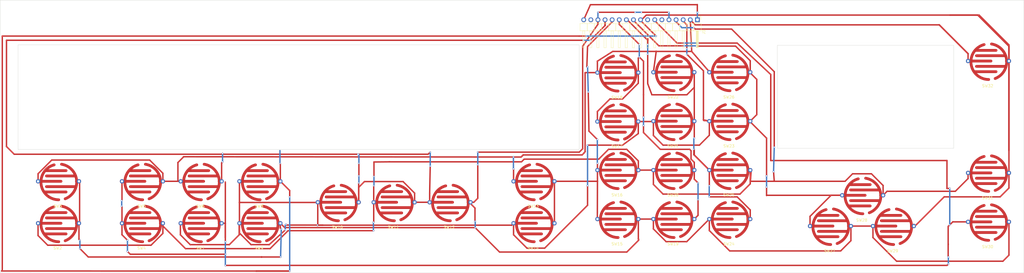
<source format=kicad_pcb>
(kicad_pcb (version 4) (host pcbnew 4.0.6)
  (layers (0 F.Cu signal) (31 B.Cu signal) (34 B.Paste user) (35 F.Paste user) (36 B.SilkS user) (37 F.SilkS user) (38 B.Mask user) (39 F.Mask user) (44 Edge.Cuts user))
  (net 0 "")
  (net 1 "Net-(J1-Pad1)")
  (net 2 "Net-(J1-Pad2)")
  (net 3 "Net-(J1-Pad3)")
  (net 4 "Net-(J1-Pad4)")
  (net 5 "Net-(J1-Pad15)")
  (net 6 "Net-(J1-Pad6)")
  (net 7 "Net-(J1-Pad7)")
  (net 8 "Net-(J1-Pad8)")
  (net 9 "Net-(J1-Pad9)")
  (net 10 "Net-(J1-Pad10)")
  (net 11 "Net-(J1-Pad11)")
  (net 12 "Net-(J1-Pad12)")
  (net 13 "Net-(J1-Pad13)")
  (net 14 "Net-(J1-Pad14)")
  (net 15 "Net-(J1-Pad16)")
  (module Pin_Headers:Pin_Header_Angled_1x17_Pitch2.54mm (layer F.Cu) (at 130.294 63.852 270)
    (fp_text reference J1 (at 4.315 -2.27 270) (layer F.SilkS))
    (fp_text value CONN_01X17)
    (pad 1 thru_hole rect (at 0 0 270) (size 1.7 1.7) (drill 1) (layers *.Cu *.Mask) (net 1 "Net-(J1-Pad1)"))
    (pad 2 thru_hole oval (at 0 2.54 270) (size 1.7 1.7) (drill 1) (layers *.Cu *.Mask) (net 2 "Net-(J1-Pad2)"))
    (pad 3 thru_hole oval (at 0 5.08 270) (size 1.7 1.7) (drill 1) (layers *.Cu *.Mask) (net 3 "Net-(J1-Pad3)"))
    (pad 4 thru_hole oval (at 0 7.62 270) (size 1.7 1.7) (drill 1) (layers *.Cu *.Mask) (net 4 "Net-(J1-Pad4)"))
    (pad 5 thru_hole oval (at 0 10.16 270) (size 1.7 1.7) (drill 1) (layers *.Cu *.Mask) (net 5 "Net-(J1-Pad15)"))
    (pad 6 thru_hole oval (at 0 12.7 270) (size 1.7 1.7) (drill 1) (layers *.Cu *.Mask) (net 6 "Net-(J1-Pad6)"))
    (pad 7 thru_hole oval (at 0 15.24 270) (size 1.7 1.7) (drill 1) (layers *.Cu *.Mask) (net 7 "Net-(J1-Pad7)"))
    (pad 8 thru_hole oval (at 0 17.78 270) (size 1.7 1.7) (drill 1) (layers *.Cu *.Mask) (net 8 "Net-(J1-Pad8)"))
    (pad 9 thru_hole oval (at 0 20.32 270) (size 1.7 1.7) (drill 1) (layers *.Cu *.Mask) (net 9 "Net-(J1-Pad9)"))
    (pad 10 thru_hole oval (at 0 22.86 270) (size 1.7 1.7) (drill 1) (layers *.Cu *.Mask) (net 10 "Net-(J1-Pad10)"))
    (pad 11 thru_hole oval (at 0 25.4 270) (size 1.7 1.7) (drill 1) (layers *.Cu *.Mask) (net 11 "Net-(J1-Pad11)"))
    (pad 12 thru_hole oval (at 0 27.94 270) (size 1.7 1.7) (drill 1) (layers *.Cu *.Mask) (net 12 "Net-(J1-Pad12)"))
    (pad 13 thru_hole oval (at 0 30.48 270) (size 1.7 1.7) (drill 1) (layers *.Cu *.Mask) (net 13 "Net-(J1-Pad13)"))
    (pad 14 thru_hole oval (at 0 33.02 270) (size 1.7 1.7) (drill 1) (layers *.Cu *.Mask) (net 14 "Net-(J1-Pad14)"))
    (pad 15 thru_hole oval (at 0 35.56 270) (size 1.7 1.7) (drill 1) (layers *.Cu *.Mask) (net 5 "Net-(J1-Pad15)"))
    (pad 16 thru_hole oval (at 0 38.1 270) (size 1.7 1.7) (drill 1) (layers *.Cu *.Mask) (net 15 "Net-(J1-Pad16)"))
    (pad 17 thru_hole oval (at 0 40.64 270) (size 1.7 1.7) (drill 1) (layers *.Cu *.Mask) (net 1 "Net-(J1-Pad1)"))
  )
  (module data:Membrane_Switch (layer F.Cu) (at -98.436 136.602)
    (fp_text reference SW2 (at 0 8.89) (layer F.SilkS))
    (fp_text value "LOWER OVEN")
    (fp_line (start -4.699 3.81) (end 3 3.81) (layer F.Cu) (width 1))
    (fp_line (start 6.477 1.905) (end -4 1.905) (layer F.Cu) (width 1))
    (fp_line (start -4.445 -3.81) (end 3 -3.81) (layer F.Cu) (width 1))
    (fp_line (start -4 -1.905) (end 6.35 -1.905) (layer F.Cu) (width 1))
    (fp_line (start 7.75 0) (end 6.75 0) (layer F.Cu) (width 1))
    (fp_line (start -7 0) (end 1.19 0) (layer F.Cu) (width 1))
    (fp_arc (start 0.381 0.254) (end 1.381 -6.096) (angle 150) (layer F.Cu) (width 1))
    (fp_arc (start 0.381 0.254) (end 0.381 6.604) (angle 165) (layer F.Cu) (width 1))
    (pad 1 thru_hole circle (at -7 0) (size 1.524 1.524) (drill 0.762) (layers *.Cu *.Mask) (net 4 "Net-(J1-Pad4)"))
    (pad 2 thru_hole circle (at 7.62 0) (size 1.524 1.524) (drill 0.762) (layers *.Cu *.Mask) (net 5 "Net-(J1-Pad15)"))
  )
  (module data:Membrane_Switch (layer F.Cu) (at -98.436 121.602)
    (fp_text reference SW3 (at 0 8.89) (layer F.SilkS))
    (fp_text value "UPPER OVEN")
    (fp_line (start -4.699 3.81) (end 3 3.81) (layer F.Cu) (width 1))
    (fp_line (start 6.477 1.905) (end -4 1.905) (layer F.Cu) (width 1))
    (fp_line (start -4.445 -3.81) (end 3 -3.81) (layer F.Cu) (width 1))
    (fp_line (start -4 -1.905) (end 6.35 -1.905) (layer F.Cu) (width 1))
    (fp_line (start 7.75 0) (end 6.75 0) (layer F.Cu) (width 1))
    (fp_line (start -7 0) (end 1.19 0) (layer F.Cu) (width 1))
    (fp_arc (start 0.381 0.254) (end 1.381 -6.096) (angle 150) (layer F.Cu) (width 1))
    (fp_arc (start 0.381 0.254) (end 0.381 6.604) (angle 165) (layer F.Cu) (width 1))
    (pad 1 thru_hole circle (at -7 0) (size 1.524 1.524) (drill 0.762) (layers *.Cu *.Mask) (net 2 "Net-(J1-Pad2)"))
    (pad 2 thru_hole circle (at 7.62 0) (size 1.524 1.524) (drill 0.762) (layers *.Cu *.Mask) (net 5 "Net-(J1-Pad15)"))
  )
  (module data:Membrane_Switch (layer F.Cu) (at -68.436 136.602)
    (fp_text reference SW4 (at 0 8.89) (layer F.SilkS))
    (fp_text value BAKE)
    (fp_line (start -4.699 3.81) (end 3 3.81) (layer F.Cu) (width 1))
    (fp_line (start 6.477 1.905) (end -4 1.905) (layer F.Cu) (width 1))
    (fp_line (start -4.445 -3.81) (end 3 -3.81) (layer F.Cu) (width 1))
    (fp_line (start -4 -1.905) (end 6.35 -1.905) (layer F.Cu) (width 1))
    (fp_line (start 7.75 0) (end 6.75 0) (layer F.Cu) (width 1))
    (fp_line (start -7 0) (end 1.19 0) (layer F.Cu) (width 1))
    (fp_arc (start 0.381 0.254) (end 1.381 -6.096) (angle 150) (layer F.Cu) (width 1))
    (fp_arc (start 0.381 0.254) (end 0.381 6.604) (angle 165) (layer F.Cu) (width 1))
    (pad 1 thru_hole circle (at -7 0) (size 1.524 1.524) (drill 0.762) (layers *.Cu *.Mask) (net 7 "Net-(J1-Pad7)"))
    (pad 2 thru_hole circle (at 7.62 0) (size 1.524 1.524) (drill 0.762) (layers *.Cu *.Mask) (net 4 "Net-(J1-Pad4)"))
  )
  (module data:Membrane_Switch (layer F.Cu) (at -68.436 121.602)
    (fp_text reference SW5 (at 0 8.89) (layer F.SilkS))
    (fp_text value BAKE)
    (fp_line (start -4.699 3.81) (end 3 3.81) (layer F.Cu) (width 1))
    (fp_line (start 6.477 1.905) (end -4 1.905) (layer F.Cu) (width 1))
    (fp_line (start -4.445 -3.81) (end 3 -3.81) (layer F.Cu) (width 1))
    (fp_line (start -4 -1.905) (end 6.35 -1.905) (layer F.Cu) (width 1))
    (fp_line (start 7.75 0) (end 6.75 0) (layer F.Cu) (width 1))
    (fp_line (start -7 0) (end 1.19 0) (layer F.Cu) (width 1))
    (fp_arc (start 0.381 0.254) (end 1.381 -6.096) (angle 150) (layer F.Cu) (width 1))
    (fp_arc (start 0.381 0.254) (end 0.381 6.604) (angle 165) (layer F.Cu) (width 1))
    (pad 1 thru_hole circle (at -7 0) (size 1.524 1.524) (drill 0.762) (layers *.Cu *.Mask) (net 7 "Net-(J1-Pad7)"))
    (pad 2 thru_hole circle (at 7.62 0) (size 1.524 1.524) (drill 0.762) (layers *.Cu *.Mask) (net 2 "Net-(J1-Pad2)"))
  )
  (module data:Membrane_Switch (layer F.Cu) (at -47.436 121.602)
    (fp_text reference SW6 (at 0 8.89) (layer F.SilkS))
    (fp_text value BROIL)
    (fp_line (start -4.699 3.81) (end 3 3.81) (layer F.Cu) (width 1))
    (fp_line (start 6.477 1.905) (end -4 1.905) (layer F.Cu) (width 1))
    (fp_line (start -4.445 -3.81) (end 3 -3.81) (layer F.Cu) (width 1))
    (fp_line (start -4 -1.905) (end 6.35 -1.905) (layer F.Cu) (width 1))
    (fp_line (start 7.75 0) (end 6.75 0) (layer F.Cu) (width 1))
    (fp_line (start -7 0) (end 1.19 0) (layer F.Cu) (width 1))
    (fp_arc (start 0.381 0.254) (end 1.381 -6.096) (angle 150) (layer F.Cu) (width 1))
    (fp_arc (start 0.381 0.254) (end 0.381 6.604) (angle 165) (layer F.Cu) (width 1))
    (pad 1 thru_hole circle (at -7 0) (size 1.524 1.524) (drill 0.762) (layers *.Cu *.Mask) (net 2 "Net-(J1-Pad2)"))
    (pad 2 thru_hole circle (at 7.62 0) (size 1.524 1.524) (drill 0.762) (layers *.Cu *.Mask) (net 14 "Net-(J1-Pad14)"))
  )
  (module data:Membrane_Switch (layer F.Cu) (at -47.436 136.602)
    (fp_text reference SW7 (at 0 8.89) (layer F.SilkS))
    (fp_text value BROIL)
    (fp_line (start -4.699 3.81) (end 3 3.81) (layer F.Cu) (width 1))
    (fp_line (start 6.477 1.905) (end -4 1.905) (layer F.Cu) (width 1))
    (fp_line (start -4.445 -3.81) (end 3 -3.81) (layer F.Cu) (width 1))
    (fp_line (start -4 -1.905) (end 6.35 -1.905) (layer F.Cu) (width 1))
    (fp_line (start 7.75 0) (end 6.75 0) (layer F.Cu) (width 1))
    (fp_line (start -7 0) (end 1.19 0) (layer F.Cu) (width 1))
    (fp_arc (start 0.381 0.254) (end 1.381 -6.096) (angle 150) (layer F.Cu) (width 1))
    (fp_arc (start 0.381 0.254) (end 0.381 6.604) (angle 165) (layer F.Cu) (width 1))
    (pad 1 thru_hole circle (at -7 0) (size 1.524 1.524) (drill 0.762) (layers *.Cu *.Mask) (net 3 "Net-(J1-Pad3)"))
    (pad 2 thru_hole circle (at 7.62 0) (size 1.524 1.524) (drill 0.762) (layers *.Cu *.Mask) (net 7 "Net-(J1-Pad7)"))
  )
  (module data:Membrane_Switch (layer F.Cu) (at -26.436 121.602)
    (fp_text reference SW8 (at 0 8.89) (layer F.SilkS))
    (fp_text value CLEAN)
    (fp_line (start -4.699 3.81) (end 3 3.81) (layer F.Cu) (width 1))
    (fp_line (start 6.477 1.905) (end -4 1.905) (layer F.Cu) (width 1))
    (fp_line (start -4.445 -3.81) (end 3 -3.81) (layer F.Cu) (width 1))
    (fp_line (start -4 -1.905) (end 6.35 -1.905) (layer F.Cu) (width 1))
    (fp_line (start 7.75 0) (end 6.75 0) (layer F.Cu) (width 1))
    (fp_line (start -7 0) (end 1.19 0) (layer F.Cu) (width 1))
    (fp_arc (start 0.381 0.254) (end 1.381 -6.096) (angle 150) (layer F.Cu) (width 1))
    (fp_arc (start 0.381 0.254) (end 0.381 6.604) (angle 165) (layer F.Cu) (width 1))
    (pad 1 thru_hole circle (at -7 0) (size 1.524 1.524) (drill 0.762) (layers *.Cu *.Mask) (net 3 "Net-(J1-Pad3)"))
    (pad 2 thru_hole circle (at 7.62 0) (size 1.524 1.524) (drill 0.762) (layers *.Cu *.Mask) (net 9 "Net-(J1-Pad9)"))
  )
  (module data:Membrane_Switch (layer F.Cu) (at -26.436 136.602)
    (fp_text reference SW9 (at 0 8.89) (layer F.SilkS))
    (fp_text value ROAST)
    (fp_line (start -4.699 3.81) (end 3 3.81) (layer F.Cu) (width 1))
    (fp_line (start 6.477 1.905) (end -4 1.905) (layer F.Cu) (width 1))
    (fp_line (start -4.445 -3.81) (end 3 -3.81) (layer F.Cu) (width 1))
    (fp_line (start -4 -1.905) (end 6.35 -1.905) (layer F.Cu) (width 1))
    (fp_line (start 7.75 0) (end 6.75 0) (layer F.Cu) (width 1))
    (fp_line (start -7 0) (end 1.19 0) (layer F.Cu) (width 1))
    (fp_arc (start 0.381 0.254) (end 1.381 -6.096) (angle 150) (layer F.Cu) (width 1))
    (fp_arc (start 0.381 0.254) (end 0.381 6.604) (angle 165) (layer F.Cu) (width 1))
    (pad 1 thru_hole circle (at -7 0) (size 1.524 1.524) (drill 0.762) (layers *.Cu *.Mask) (net 3 "Net-(J1-Pad3)"))
    (pad 2 thru_hole circle (at 7.62 0) (size 1.524 1.524) (drill 0.762) (layers *.Cu *.Mask) (net 5 "Net-(J1-Pad15)"))
  )
  (module data:Membrane_Switch (layer F.Cu) (at 1.564 129.102)
    (fp_text reference SW10 (at 0 8.89) (layer F.SilkS))
    (fp_text value "BAKED GOODS")
    (fp_line (start -4.699 3.81) (end 3 3.81) (layer F.Cu) (width 1))
    (fp_line (start 6.477 1.905) (end -4 1.905) (layer F.Cu) (width 1))
    (fp_line (start -4.445 -3.81) (end 3 -3.81) (layer F.Cu) (width 1))
    (fp_line (start -4 -1.905) (end 6.35 -1.905) (layer F.Cu) (width 1))
    (fp_line (start 7.75 0) (end 6.75 0) (layer F.Cu) (width 1))
    (fp_line (start -7 0) (end 1.19 0) (layer F.Cu) (width 1))
    (fp_arc (start 0.381 0.254) (end 1.381 -6.096) (angle 150) (layer F.Cu) (width 1))
    (fp_arc (start 0.381 0.254) (end 0.381 6.604) (angle 165) (layer F.Cu) (width 1))
    (pad 1 thru_hole circle (at -7 0) (size 1.524 1.524) (drill 0.762) (layers *.Cu *.Mask) (net 3 "Net-(J1-Pad3)"))
    (pad 2 thru_hole circle (at 7.62 0) (size 1.524 1.524) (drill 0.762) (layers *.Cu *.Mask) (net 14 "Net-(J1-Pad14)"))
  )
  (module data:Membrane_Switch (layer F.Cu) (at 21.564 129.102)
    (fp_text reference SW11 (at 0 8.89) (layer F.SilkS))
    (fp_text value MEATS)
    (fp_line (start -4.699 3.81) (end 3 3.81) (layer F.Cu) (width 1))
    (fp_line (start 6.477 1.905) (end -4 1.905) (layer F.Cu) (width 1))
    (fp_line (start -4.445 -3.81) (end 3 -3.81) (layer F.Cu) (width 1))
    (fp_line (start -4 -1.905) (end 6.35 -1.905) (layer F.Cu) (width 1))
    (fp_line (start 7.75 0) (end 6.75 0) (layer F.Cu) (width 1))
    (fp_line (start -7 0) (end 1.19 0) (layer F.Cu) (width 1))
    (fp_arc (start 0.381 0.254) (end 1.381 -6.096) (angle 150) (layer F.Cu) (width 1))
    (fp_arc (start 0.381 0.254) (end 0.381 6.604) (angle 165) (layer F.Cu) (width 1))
    (pad 1 thru_hole circle (at -7 0) (size 1.524 1.524) (drill 0.762) (layers *.Cu *.Mask) (net 4 "Net-(J1-Pad4)"))
    (pad 2 thru_hole circle (at 7.62 0) (size 1.524 1.524) (drill 0.762) (layers *.Cu *.Mask) (net 14 "Net-(J1-Pad14)"))
  )
  (module data:Membrane_Switch (layer F.Cu) (at 41.564 129.102)
    (fp_text reference SW12 (at 0 8.89) (layer F.SilkS))
    (fp_text value "OTHER FOODS")
    (fp_line (start -4.699 3.81) (end 3 3.81) (layer F.Cu) (width 1))
    (fp_line (start 6.477 1.905) (end -4 1.905) (layer F.Cu) (width 1))
    (fp_line (start -4.445 -3.81) (end 3 -3.81) (layer F.Cu) (width 1))
    (fp_line (start -4 -1.905) (end 6.35 -1.905) (layer F.Cu) (width 1))
    (fp_line (start 7.75 0) (end 6.75 0) (layer F.Cu) (width 1))
    (fp_line (start -7 0) (end 1.19 0) (layer F.Cu) (width 1))
    (fp_arc (start 0.381 0.254) (end 1.381 -6.096) (angle 150) (layer F.Cu) (width 1))
    (fp_arc (start 0.381 0.254) (end 0.381 6.604) (angle 165) (layer F.Cu) (width 1))
    (pad 1 thru_hole circle (at -7 0) (size 1.524 1.524) (drill 0.762) (layers *.Cu *.Mask) (net 14 "Net-(J1-Pad14)"))
    (pad 2 thru_hole circle (at 7.62 0) (size 1.524 1.524) (drill 0.762) (layers *.Cu *.Mask) (net 5 "Net-(J1-Pad15)"))
  )
  (module data:Membrane_Switch (layer F.Cu) (at 71.564 121.602)
    (fp_text reference SW13 (at 0 8.89) (layer F.SilkS))
    (fp_text value "COOK TIME")
    (fp_line (start -4.699 3.81) (end 3 3.81) (layer F.Cu) (width 1))
    (fp_line (start 6.477 1.905) (end -4 1.905) (layer F.Cu) (width 1))
    (fp_line (start -4.445 -3.81) (end 3 -3.81) (layer F.Cu) (width 1))
    (fp_line (start -4 -1.905) (end 6.35 -1.905) (layer F.Cu) (width 1))
    (fp_line (start 7.75 0) (end 6.75 0) (layer F.Cu) (width 1))
    (fp_line (start -7 0) (end 1.19 0) (layer F.Cu) (width 1))
    (fp_arc (start 0.381 0.254) (end 1.381 -6.096) (angle 150) (layer F.Cu) (width 1))
    (fp_arc (start 0.381 0.254) (end 0.381 6.604) (angle 165) (layer F.Cu) (width 1))
    (pad 1 thru_hole circle (at -7 0) (size 1.524 1.524) (drill 0.762) (layers *.Cu *.Mask) (net 2 "Net-(J1-Pad2)"))
    (pad 2 thru_hole circle (at 7.62 0) (size 1.524 1.524) (drill 0.762) (layers *.Cu *.Mask) (net 13 "Net-(J1-Pad13)"))
  )
  (module data:Membrane_Switch (layer F.Cu) (at 71.564 136.602)
    (fp_text reference SW14 (at 0 8.89) (layer F.SilkS))
    (fp_text value "STOP TIME")
    (fp_line (start -4.699 3.81) (end 3 3.81) (layer F.Cu) (width 1))
    (fp_line (start 6.477 1.905) (end -4 1.905) (layer F.Cu) (width 1))
    (fp_line (start -4.445 -3.81) (end 3 -3.81) (layer F.Cu) (width 1))
    (fp_line (start -4 -1.905) (end 6.35 -1.905) (layer F.Cu) (width 1))
    (fp_line (start 7.75 0) (end 6.75 0) (layer F.Cu) (width 1))
    (fp_line (start -7 0) (end 1.19 0) (layer F.Cu) (width 1))
    (fp_arc (start 0.381 0.254) (end 1.381 -6.096) (angle 150) (layer F.Cu) (width 1))
    (fp_arc (start 0.381 0.254) (end 0.381 6.604) (angle 165) (layer F.Cu) (width 1))
    (pad 1 thru_hole circle (at -7 0) (size 1.524 1.524) (drill 0.762) (layers *.Cu *.Mask) (net 3 "Net-(J1-Pad3)"))
    (pad 2 thru_hole circle (at 7.62 0) (size 1.524 1.524) (drill 0.762) (layers *.Cu *.Mask) (net 13 "Net-(J1-Pad13)"))
  )
  (module data:Membrane_Switch (layer F.Cu) (at 101.564 135.102)
    (fp_text reference SW15 (at 0 8.89) (layer F.SilkS))
    (fp_text value "CONVECT FULL MEAL")
    (fp_line (start -4.699 3.81) (end 3 3.81) (layer F.Cu) (width 1))
    (fp_line (start 6.477 1.905) (end -4 1.905) (layer F.Cu) (width 1))
    (fp_line (start -4.445 -3.81) (end 3 -3.81) (layer F.Cu) (width 1))
    (fp_line (start -4 -1.905) (end 6.35 -1.905) (layer F.Cu) (width 1))
    (fp_line (start 7.75 0) (end 6.75 0) (layer F.Cu) (width 1))
    (fp_line (start -7 0) (end 1.19 0) (layer F.Cu) (width 1))
    (fp_arc (start 0.381 0.254) (end 1.381 -6.096) (angle 150) (layer F.Cu) (width 1))
    (fp_arc (start 0.381 0.254) (end 0.381 6.604) (angle 165) (layer F.Cu) (width 1))
    (pad 1 thru_hole circle (at -7 0) (size 1.524 1.524) (drill 0.762) (layers *.Cu *.Mask) (net 13 "Net-(J1-Pad13)"))
    (pad 2 thru_hole circle (at 7.62 0) (size 1.524 1.524) (drill 0.762) (layers *.Cu *.Mask) (net 5 "Net-(J1-Pad15)"))
  )
  (module data:Membrane_Switch (layer F.Cu) (at 101.564 117.602)
    (fp_text reference SW16 (at 0 8.89) (layer F.SilkS))
    (fp_text value 7)
    (fp_line (start -4.699 3.81) (end 3 3.81) (layer F.Cu) (width 1))
    (fp_line (start 6.477 1.905) (end -4 1.905) (layer F.Cu) (width 1))
    (fp_line (start -4.445 -3.81) (end 3 -3.81) (layer F.Cu) (width 1))
    (fp_line (start -4 -1.905) (end 6.35 -1.905) (layer F.Cu) (width 1))
    (fp_line (start 7.75 0) (end 6.75 0) (layer F.Cu) (width 1))
    (fp_line (start -7 0) (end 1.19 0) (layer F.Cu) (width 1))
    (fp_arc (start 0.381 0.254) (end 1.381 -6.096) (angle 150) (layer F.Cu) (width 1))
    (fp_arc (start 0.381 0.254) (end 0.381 6.604) (angle 165) (layer F.Cu) (width 1))
    (pad 1 thru_hole circle (at -7 0) (size 1.524 1.524) (drill 0.762) (layers *.Cu *.Mask) (net 13 "Net-(J1-Pad13)"))
    (pad 2 thru_hole circle (at 7.62 0) (size 1.524 1.524) (drill 0.762) (layers *.Cu *.Mask) (net 4 "Net-(J1-Pad4)"))
  )
  (module data:Membrane_Switch (layer F.Cu) (at 101.544 100.232)
    (fp_text reference SW17 (at 0 8.89) (layer F.SilkS))
    (fp_text value 4)
    (fp_line (start -4.699 3.81) (end 3 3.81) (layer F.Cu) (width 1))
    (fp_line (start 6.477 1.905) (end -4 1.905) (layer F.Cu) (width 1))
    (fp_line (start -4.445 -3.81) (end 3 -3.81) (layer F.Cu) (width 1))
    (fp_line (start -4 -1.905) (end 6.35 -1.905) (layer F.Cu) (width 1))
    (fp_line (start 7.75 0) (end 6.75 0) (layer F.Cu) (width 1))
    (fp_line (start -7 0) (end 1.19 0) (layer F.Cu) (width 1))
    (fp_arc (start 0.381 0.254) (end 1.381 -6.096) (angle 150) (layer F.Cu) (width 1))
    (fp_arc (start 0.381 0.254) (end 0.381 6.604) (angle 165) (layer F.Cu) (width 1))
    (pad 1 thru_hole circle (at -7 0) (size 1.524 1.524) (drill 0.762) (layers *.Cu *.Mask) (net 12 "Net-(J1-Pad12)"))
    (pad 2 thru_hole circle (at 7.62 0) (size 1.524 1.524) (drill 0.762) (layers *.Cu *.Mask) (net 3 "Net-(J1-Pad3)"))
  )
  (module data:Membrane_Switch (layer F.Cu) (at 101.544 82.732)
    (fp_text reference SW18 (at 0 8.89) (layer F.SilkS))
    (fp_text value 1)
    (fp_line (start -4.699 3.81) (end 3 3.81) (layer F.Cu) (width 1))
    (fp_line (start 6.477 1.905) (end -4 1.905) (layer F.Cu) (width 1))
    (fp_line (start -4.445 -3.81) (end 3 -3.81) (layer F.Cu) (width 1))
    (fp_line (start -4 -1.905) (end 6.35 -1.905) (layer F.Cu) (width 1))
    (fp_line (start 7.75 0) (end 6.75 0) (layer F.Cu) (width 1))
    (fp_line (start -7 0) (end 1.19 0) (layer F.Cu) (width 1))
    (fp_arc (start 0.381 0.254) (end 1.381 -6.096) (angle 150) (layer F.Cu) (width 1))
    (fp_arc (start 0.381 0.254) (end 0.381 6.604) (angle 165) (layer F.Cu) (width 1))
    (pad 1 thru_hole circle (at -7 0) (size 1.524 1.524) (drill 0.762) (layers *.Cu *.Mask) (net 2 "Net-(J1-Pad2)"))
    (pad 2 thru_hole circle (at 7.62 0) (size 1.524 1.524) (drill 0.762) (layers *.Cu *.Mask) (net 12 "Net-(J1-Pad12)"))
  )
  (module data:Membrane_Switch (layer F.Cu) (at 121.564 135.102)
    (fp_text reference SW19 (at 0 8.89) (layer F.SilkS))
    (fp_text value 0)
    (fp_line (start -4.699 3.81) (end 3 3.81) (layer F.Cu) (width 1))
    (fp_line (start 6.477 1.905) (end -4 1.905) (layer F.Cu) (width 1))
    (fp_line (start -4.445 -3.81) (end 3 -3.81) (layer F.Cu) (width 1))
    (fp_line (start -4 -1.905) (end 6.35 -1.905) (layer F.Cu) (width 1))
    (fp_line (start 7.75 0) (end 6.75 0) (layer F.Cu) (width 1))
    (fp_line (start -7 0) (end 1.19 0) (layer F.Cu) (width 1))
    (fp_arc (start 0.381 0.254) (end 1.381 -6.096) (angle 150) (layer F.Cu) (width 1))
    (fp_arc (start 0.381 0.254) (end 0.381 6.604) (angle 165) (layer F.Cu) (width 1))
    (pad 1 thru_hole circle (at -7 0) (size 1.524 1.524) (drill 0.762) (layers *.Cu *.Mask) (net 5 "Net-(J1-Pad15)"))
    (pad 2 thru_hole circle (at 7.62 0) (size 1.524 1.524) (drill 0.762) (layers *.Cu *.Mask) (net 12 "Net-(J1-Pad12)"))
  )
  (module data:Membrane_Switch (layer F.Cu) (at 121.564 117.602)
    (fp_text reference SW20 (at 0 8.89) (layer F.SilkS))
    (fp_text value 8)
    (fp_line (start -4.699 3.81) (end 3 3.81) (layer F.Cu) (width 1))
    (fp_line (start 6.477 1.905) (end -4 1.905) (layer F.Cu) (width 1))
    (fp_line (start -4.445 -3.81) (end 3 -3.81) (layer F.Cu) (width 1))
    (fp_line (start -4 -1.905) (end 6.35 -1.905) (layer F.Cu) (width 1))
    (fp_line (start 7.75 0) (end 6.75 0) (layer F.Cu) (width 1))
    (fp_line (start -7 0) (end 1.19 0) (layer F.Cu) (width 1))
    (fp_arc (start 0.381 0.254) (end 1.381 -6.096) (angle 150) (layer F.Cu) (width 1))
    (fp_arc (start 0.381 0.254) (end 0.381 6.604) (angle 165) (layer F.Cu) (width 1))
    (pad 1 thru_hole circle (at -7 0) (size 1.524 1.524) (drill 0.762) (layers *.Cu *.Mask) (net 4 "Net-(J1-Pad4)"))
    (pad 2 thru_hole circle (at 7.62 0) (size 1.524 1.524) (drill 0.762) (layers *.Cu *.Mask) (net 12 "Net-(J1-Pad12)"))
  )
  (module data:Membrane_Switch (layer F.Cu) (at 121.564 100.102)
    (fp_text reference SW21 (at 0 8.89) (layer F.SilkS))
    (fp_text value 5)
    (fp_line (start -4.699 3.81) (end 3 3.81) (layer F.Cu) (width 1))
    (fp_line (start 6.477 1.905) (end -4 1.905) (layer F.Cu) (width 1))
    (fp_line (start -4.445 -3.81) (end 3 -3.81) (layer F.Cu) (width 1))
    (fp_line (start -4 -1.905) (end 6.35 -1.905) (layer F.Cu) (width 1))
    (fp_line (start 7.75 0) (end 6.75 0) (layer F.Cu) (width 1))
    (fp_line (start -7 0) (end 1.19 0) (layer F.Cu) (width 1))
    (fp_arc (start 0.381 0.254) (end 1.381 -6.096) (angle 150) (layer F.Cu) (width 1))
    (fp_arc (start 0.381 0.254) (end 0.381 6.604) (angle 165) (layer F.Cu) (width 1))
    (pad 1 thru_hole circle (at -7 0) (size 1.524 1.524) (drill 0.762) (layers *.Cu *.Mask) (net 3 "Net-(J1-Pad3)"))
    (pad 2 thru_hole circle (at 7.62 0) (size 1.524 1.524) (drill 0.762) (layers *.Cu *.Mask) (net 11 "Net-(J1-Pad11)"))
  )
  (module data:Membrane_Switch (layer F.Cu) (at 121.564 82.602)
    (fp_text reference SW22 (at 0 8.89) (layer F.SilkS))
    (fp_text value 2)
    (fp_line (start -4.699 3.81) (end 3 3.81) (layer F.Cu) (width 1))
    (fp_line (start 6.477 1.905) (end -4 1.905) (layer F.Cu) (width 1))
    (fp_line (start -4.445 -3.81) (end 3 -3.81) (layer F.Cu) (width 1))
    (fp_line (start -4 -1.905) (end 6.35 -1.905) (layer F.Cu) (width 1))
    (fp_line (start 7.75 0) (end 6.75 0) (layer F.Cu) (width 1))
    (fp_line (start -7 0) (end 1.19 0) (layer F.Cu) (width 1))
    (fp_arc (start 0.381 0.254) (end 1.381 -6.096) (angle 150) (layer F.Cu) (width 1))
    (fp_arc (start 0.381 0.254) (end 0.381 6.604) (angle 165) (layer F.Cu) (width 1))
    (pad 1 thru_hole circle (at -7 0) (size 1.524 1.524) (drill 0.762) (layers *.Cu *.Mask) (net 2 "Net-(J1-Pad2)"))
    (pad 2 thru_hole circle (at 7.62 0) (size 1.524 1.524) (drill 0.762) (layers *.Cu *.Mask) (net 11 "Net-(J1-Pad11)"))
  )
  (module data:Membrane_Switch (layer F.Cu) (at 141.564 100.102)
    (fp_text reference SW23 (at 0 8.89) (layer F.SilkS))
    (fp_text value 6)
    (fp_line (start -4.699 3.81) (end 3 3.81) (layer F.Cu) (width 1))
    (fp_line (start 6.477 1.905) (end -4 1.905) (layer F.Cu) (width 1))
    (fp_line (start -4.445 -3.81) (end 3 -3.81) (layer F.Cu) (width 1))
    (fp_line (start -4 -1.905) (end 6.35 -1.905) (layer F.Cu) (width 1))
    (fp_line (start 7.75 0) (end 6.75 0) (layer F.Cu) (width 1))
    (fp_line (start -7 0) (end 1.19 0) (layer F.Cu) (width 1))
    (fp_arc (start 0.381 0.254) (end 1.381 -6.096) (angle 150) (layer F.Cu) (width 1))
    (fp_arc (start 0.381 0.254) (end 0.381 6.604) (angle 165) (layer F.Cu) (width 1))
    (pad 1 thru_hole circle (at -7 0) (size 1.524 1.524) (drill 0.762) (layers *.Cu *.Mask) (net 3 "Net-(J1-Pad3)"))
    (pad 2 thru_hole circle (at 7.62 0) (size 1.524 1.524) (drill 0.762) (layers *.Cu *.Mask) (net 10 "Net-(J1-Pad10)"))
  )
  (module data:Membrane_Switch (layer F.Cu) (at 141.564 135.102)
    (fp_text reference SW24 (at 0 8.89) (layer F.SilkS))
    (fp_text value "OVEN LIGHT")
    (fp_line (start -4.699 3.81) (end 3 3.81) (layer F.Cu) (width 1))
    (fp_line (start 6.477 1.905) (end -4 1.905) (layer F.Cu) (width 1))
    (fp_line (start -4.445 -3.81) (end 3 -3.81) (layer F.Cu) (width 1))
    (fp_line (start -4 -1.905) (end 6.35 -1.905) (layer F.Cu) (width 1))
    (fp_line (start 7.75 0) (end 6.75 0) (layer F.Cu) (width 1))
    (fp_line (start -7 0) (end 1.19 0) (layer F.Cu) (width 1))
    (fp_arc (start 0.381 0.254) (end 1.381 -6.096) (angle 150) (layer F.Cu) (width 1))
    (fp_arc (start 0.381 0.254) (end 0.381 6.604) (angle 165) (layer F.Cu) (width 1))
    (pad 1 thru_hole circle (at -7 0) (size 1.524 1.524) (drill 0.762) (layers *.Cu *.Mask) (net 5 "Net-(J1-Pad15)"))
    (pad 2 thru_hole circle (at 7.62 0) (size 1.524 1.524) (drill 0.762) (layers *.Cu *.Mask) (net 11 "Net-(J1-Pad11)"))
  )
  (module data:Membrane_Switch (layer F.Cu) (at 141.564 117.602)
    (fp_text reference SW25 (at 0 8.89) (layer F.SilkS))
    (fp_text value 9)
    (fp_line (start -4.699 3.81) (end 3 3.81) (layer F.Cu) (width 1))
    (fp_line (start 6.477 1.905) (end -4 1.905) (layer F.Cu) (width 1))
    (fp_line (start -4.445 -3.81) (end 3 -3.81) (layer F.Cu) (width 1))
    (fp_line (start -4 -1.905) (end 6.35 -1.905) (layer F.Cu) (width 1))
    (fp_line (start 7.75 0) (end 6.75 0) (layer F.Cu) (width 1))
    (fp_line (start -7 0) (end 1.19 0) (layer F.Cu) (width 1))
    (fp_arc (start 0.381 0.254) (end 1.381 -6.096) (angle 150) (layer F.Cu) (width 1))
    (fp_arc (start 0.381 0.254) (end 0.381 6.604) (angle 165) (layer F.Cu) (width 1))
    (pad 1 thru_hole circle (at -7 0) (size 1.524 1.524) (drill 0.762) (layers *.Cu *.Mask) (net 11 "Net-(J1-Pad11)"))
    (pad 2 thru_hole circle (at 7.62 0) (size 1.524 1.524) (drill 0.762) (layers *.Cu *.Mask) (net 4 "Net-(J1-Pad4)"))
  )
  (module data:Membrane_Switch (layer F.Cu) (at 141.564 82.602)
    (fp_text reference SW26 (at 0 8.89) (layer F.SilkS))
    (fp_text value 3)
    (fp_line (start -4.699 3.81) (end 3 3.81) (layer F.Cu) (width 1))
    (fp_line (start 6.477 1.905) (end -4 1.905) (layer F.Cu) (width 1))
    (fp_line (start -4.445 -3.81) (end 3 -3.81) (layer F.Cu) (width 1))
    (fp_line (start -4 -1.905) (end 6.35 -1.905) (layer F.Cu) (width 1))
    (fp_line (start 7.75 0) (end 6.75 0) (layer F.Cu) (width 1))
    (fp_line (start -7 0) (end 1.19 0) (layer F.Cu) (width 1))
    (fp_arc (start 0.381 0.254) (end 1.381 -6.096) (angle 150) (layer F.Cu) (width 1))
    (fp_arc (start 0.381 0.254) (end 0.381 6.604) (angle 165) (layer F.Cu) (width 1))
    (pad 1 thru_hole circle (at -7 0) (size 1.524 1.524) (drill 0.762) (layers *.Cu *.Mask) (net 2 "Net-(J1-Pad2)"))
    (pad 2 thru_hole circle (at 7.62 0) (size 1.524 1.524) (drill 0.762) (layers *.Cu *.Mask) (net 10 "Net-(J1-Pad10)"))
  )
  (module data:Membrane_Switch (layer F.Cu) (at 177.564 137.602)
    (fp_text reference SW27 (at 0 8.89) (layer F.SilkS))
    (fp_text value SET.START)
    (fp_line (start -4.699 3.81) (end 3 3.81) (layer F.Cu) (width 1))
    (fp_line (start 6.477 1.905) (end -4 1.905) (layer F.Cu) (width 1))
    (fp_line (start -4.445 -3.81) (end 3 -3.81) (layer F.Cu) (width 1))
    (fp_line (start -4 -1.905) (end 6.35 -1.905) (layer F.Cu) (width 1))
    (fp_line (start 7.75 0) (end 6.75 0) (layer F.Cu) (width 1))
    (fp_line (start -7 0) (end 1.19 0) (layer F.Cu) (width 1))
    (fp_arc (start 0.381 0.254) (end 1.381 -6.096) (angle 150) (layer F.Cu) (width 1))
    (fp_arc (start 0.381 0.254) (end 0.381 6.604) (angle 165) (layer F.Cu) (width 1))
    (pad 1 thru_hole circle (at -7 0) (size 1.524 1.524) (drill 0.762) (layers *.Cu *.Mask) (net 10 "Net-(J1-Pad10)"))
    (pad 2 thru_hole circle (at 7.62 0) (size 1.524 1.524) (drill 0.762) (layers *.Cu *.Mask) (net 5 "Net-(J1-Pad15)"))
  )
  (module data:Membrane_Switch (layer F.Cu) (at 189.064 126.602)
    (fp_text reference SW28 (at 0 8.89) (layer F.SilkS))
    (fp_text value CLOCK)
    (fp_line (start -4.699 3.81) (end 3 3.81) (layer F.Cu) (width 1))
    (fp_line (start 6.477 1.905) (end -4 1.905) (layer F.Cu) (width 1))
    (fp_line (start -4.445 -3.81) (end 3 -3.81) (layer F.Cu) (width 1))
    (fp_line (start -4 -1.905) (end 6.35 -1.905) (layer F.Cu) (width 1))
    (fp_line (start 7.75 0) (end 6.75 0) (layer F.Cu) (width 1))
    (fp_line (start -7 0) (end 1.19 0) (layer F.Cu) (width 1))
    (fp_arc (start 0.381 0.254) (end 1.381 -6.096) (angle 150) (layer F.Cu) (width 1))
    (fp_arc (start 0.381 0.254) (end 0.381 6.604) (angle 165) (layer F.Cu) (width 1))
    (pad 1 thru_hole circle (at -7 0) (size 1.524 1.524) (drill 0.762) (layers *.Cu *.Mask) (net 10 "Net-(J1-Pad10)"))
    (pad 2 thru_hole circle (at 7.62 0) (size 1.524 1.524) (drill 0.762) (layers *.Cu *.Mask) (net 4 "Net-(J1-Pad4)"))
  )
  (module data:Membrane_Switch (layer F.Cu) (at 200.064 137.602)
    (fp_text reference SW29 (at 0 8.89) (layer F.SilkS))
    (fp_text value CANCEL)
    (fp_line (start -4.699 3.81) (end 3 3.81) (layer F.Cu) (width 1))
    (fp_line (start 6.477 1.905) (end -4 1.905) (layer F.Cu) (width 1))
    (fp_line (start -4.445 -3.81) (end 3 -3.81) (layer F.Cu) (width 1))
    (fp_line (start -4 -1.905) (end 6.35 -1.905) (layer F.Cu) (width 1))
    (fp_line (start 7.75 0) (end 6.75 0) (layer F.Cu) (width 1))
    (fp_line (start -7 0) (end 1.19 0) (layer F.Cu) (width 1))
    (fp_arc (start 0.381 0.254) (end 1.381 -6.096) (angle 150) (layer F.Cu) (width 1))
    (fp_arc (start 0.381 0.254) (end 0.381 6.604) (angle 165) (layer F.Cu) (width 1))
    (pad 1 thru_hole circle (at -7 0) (size 1.524 1.524) (drill 0.762) (layers *.Cu *.Mask) (net 5 "Net-(J1-Pad15)"))
    (pad 2 thru_hole circle (at 7.62 0) (size 1.524 1.524) (drill 0.762) (layers *.Cu *.Mask) (net 9 "Net-(J1-Pad9)"))
  )
  (module data:Membrane_Switch (layer F.Cu) (at 234.064 136.102)
    (fp_text reference SW30 (at 0 8.89) (layer F.SilkS))
    (fp_text value "LOWER OVEN CANCEL/OFF")
    (fp_line (start -4.699 3.81) (end 3 3.81) (layer F.Cu) (width 1))
    (fp_line (start 6.477 1.905) (end -4 1.905) (layer F.Cu) (width 1))
    (fp_line (start -4.445 -3.81) (end 3 -3.81) (layer F.Cu) (width 1))
    (fp_line (start -4 -1.905) (end 6.35 -1.905) (layer F.Cu) (width 1))
    (fp_line (start 7.75 0) (end 6.75 0) (layer F.Cu) (width 1))
    (fp_line (start -7 0) (end 1.19 0) (layer F.Cu) (width 1))
    (fp_arc (start 0.381 0.254) (end 1.381 -6.096) (angle 150) (layer F.Cu) (width 1))
    (fp_arc (start 0.381 0.254) (end 0.381 6.604) (angle 165) (layer F.Cu) (width 1))
    (pad 1 thru_hole circle (at -7 0) (size 1.524 1.524) (drill 0.762) (layers *.Cu *.Mask) (net 7 "Net-(J1-Pad7)"))
    (pad 2 thru_hole circle (at 7.62 0) (size 1.524 1.524) (drill 0.762) (layers *.Cu *.Mask) (net 5 "Net-(J1-Pad15)"))
  )
  (module data:Membrane_Switch (layer F.Cu) (at 234.064 118.602)
    (fp_text reference SW31 (at 0 8.89) (layer F.SilkS))
    (fp_text value "UPPER OVEN CANCEL/OFF")
    (fp_line (start -4.699 3.81) (end 3 3.81) (layer F.Cu) (width 1))
    (fp_line (start 6.477 1.905) (end -4 1.905) (layer F.Cu) (width 1))
    (fp_line (start -4.445 -3.81) (end 3 -3.81) (layer F.Cu) (width 1))
    (fp_line (start -4 -1.905) (end 6.35 -1.905) (layer F.Cu) (width 1))
    (fp_line (start 7.75 0) (end 6.75 0) (layer F.Cu) (width 1))
    (fp_line (start -7 0) (end 1.19 0) (layer F.Cu) (width 1))
    (fp_arc (start 0.381 0.254) (end 1.381 -6.096) (angle 150) (layer F.Cu) (width 1))
    (fp_arc (start 0.381 0.254) (end 0.381 6.604) (angle 165) (layer F.Cu) (width 1))
    (pad 1 thru_hole circle (at -7 0) (size 1.524 1.524) (drill 0.762) (layers *.Cu *.Mask) (net 4 "Net-(J1-Pad4)"))
    (pad 2 thru_hole circle (at 7.62 0) (size 1.524 1.524) (drill 0.762) (layers *.Cu *.Mask) (net 9 "Net-(J1-Pad9)"))
  )
  (module data:Membrane_Switch (layer F.Cu) (at 234.064 78.602)
    (fp_text reference SW32 (at 0 8.89) (layer F.SilkS))
    (fp_text value START)
    (fp_line (start -4.699 3.81) (end 3 3.81) (layer F.Cu) (width 1))
    (fp_line (start 6.477 1.905) (end -4 1.905) (layer F.Cu) (width 1))
    (fp_line (start -4.445 -3.81) (end 3 -3.81) (layer F.Cu) (width 1))
    (fp_line (start -4 -1.905) (end 6.35 -1.905) (layer F.Cu) (width 1))
    (fp_line (start 7.75 0) (end 6.75 0) (layer F.Cu) (width 1))
    (fp_line (start -7 0) (end 1.19 0) (layer F.Cu) (width 1))
    (fp_arc (start 0.381 0.254) (end 1.381 -6.096) (angle 150) (layer F.Cu) (width 1))
    (fp_arc (start 0.381 0.254) (end 0.381 6.604) (angle 165) (layer F.Cu) (width 1))
    (pad 1 thru_hole circle (at -7 0) (size 1.524 1.524) (drill 0.762) (layers *.Cu *.Mask) (net 2 "Net-(J1-Pad2)"))
    (pad 2 thru_hole circle (at 7.62 0) (size 1.524 1.524) (drill 0.762) (layers *.Cu *.Mask) (net 9 "Net-(J1-Pad9)"))
  )
  (gr_line (start 158.9 73) (end 158.9 109.8) (angle 90) (layer Edge.Cuts) (width 0.1))
  (gr_line (start 221.9 73) (end 158.9 73) (angle 90) (layer Edge.Cuts) (width 0.1))
  (gr_line (start 221.9 109.8) (end 221.9 73) (angle 90) (layer Edge.Cuts) (width 0.1))
  (gr_line (start 158.9 109.8) (end 221.9 109.8) (angle 90) (layer Edge.Cuts) (width 0.1))
  (gr_line (start -112.6 110.24) (end -112.6 72.84) (angle 90) (layer Edge.Cuts) (width 0.1))
  (gr_line (start 88 110.24) (end -112.6 110.24) (angle 90) (layer Edge.Cuts) (width 0.1))
  (gr_line (start 88 72.84) (end 88 110.24) (angle 90) (layer Edge.Cuts) (width 0.1))
  (gr_line (start -112.6 72.84) (end 88 72.84) (angle 90) (layer Edge.Cuts) (width 0.1))
  (gr_line (start -119 154.33) (end -107.968 154.33) (angle 90) (layer Edge.Cuts) (width 0.1))
  (gr_line (start 247.032 59.33) (end 247.032 56.83) (angle 90) (layer Edge.Cuts) (width 0.1))
  (gr_line (start -119 56.83) (end 247.032 56.83) (angle 90) (layer Edge.Cuts) (width 0.1))
  (gr_line (start -119 154.33) (end -119 56.83) (angle 90) (layer Edge.Cuts) (width 0.1))
  (gr_line (start 247.032 154.33) (end -107.968 154.33) (angle 90) (layer Edge.Cuts) (width 0.1))
  (gr_line (start 247.032 59.33) (end 247.032 154.33) (angle 90) (layer Edge.Cuts) (width 0.1))
  (via (at 130.272 61.172) (size 0.6) (layers F.Cu B.Cu) (net 1))
  (segment (start 130.294 61.194) (end 130.272 61.172) (width 0.5) (layer B.Cu) (net 1))
  (segment (start 130.294 63.852) (end 130.294 61.194) (width 0.5) (layer B.Cu) (net 1))
  (segment (start 130.272 58.422) (end 130.272 61.172) (width 0.5) (layer F.Cu) (net 1))
  (segment (start 130.242 58.4524) (end 130.272 58.422) (width 0.5) (layer F.Cu) (net 1))
  (segment (start 92.054 58.4524) (end 130.242 58.4524) (width 0.5) (layer F.Cu) (net 1))
  (segment (start 89.654 63.852) (end 92.054 58.4524) (width 0.5) (layer F.Cu) (net 1))
  (segment (start 227.064 78.602) (end 227.064 75.964) (width 0.5) (layer F.Cu) (net 2))
  (segment (start 227.064 75.964) (end 216.772 65.672) (width 0.5) (layer F.Cu) (net 2))
  (segment (start 216.772 65.672) (end 227.064 75.964) (width 0.5) (layer F.Cu) (net 2))
  (segment (start 127.754 63.904) (end 129.522 65.672) (width 0.5) (layer F.Cu) (net 2))
  (segment (start 129.522 65.672) (end 216.772 65.672) (width 0.5) (layer F.Cu) (net 2))
  (via (at 64.522 112.922) (size 0.6) (layers F.Cu B.Cu) (net 2))
  (via (at 64.522 117.172) (size 0.6) (layers F.Cu B.Cu) (net 2))
  (segment (start 89.078 112.172) (end 68.022 112.172) (width 0.5) (layer F.Cu) (net 2))
  (segment (start 89.858 111.392) (end 89.078 112.172) (width 0.5) (layer F.Cu) (net 2))
  (segment (start 89.79 111.392) (end 89.858 111.392) (width 0.5) (layer F.Cu) (net 2))
  (segment (start 90.137 111.045) (end 89.79 111.392) (width 0.5) (layer F.Cu) (net 2))
  (segment (start 90.137 82.787) (end 90.137 111.045) (width 0.5) (layer F.Cu) (net 2))
  (segment (start 90.192 82.732) (end 90.137 82.787) (width 0.5) (layer F.Cu) (net 2))
  (segment (start 94.544 82.732) (end 90.192 82.732) (width 0.5) (layer F.Cu) (net 2))
  (segment (start 100.022 75.172) (end 115.522 75.172) (width 0.5) (layer F.Cu) (net 2))
  (segment (start 94.544 78.65) (end 100.022 75.172) (width 0.5) (layer F.Cu) (net 2))
  (segment (start 94.544 82.732) (end 94.544 78.65) (width 0.5) (layer F.Cu) (net 2))
  (segment (start 114.564 82.602) (end 115.564 75.172) (width 0.5) (layer F.Cu) (net 2))
  (segment (start 134.684 82.602) (end 128.254 75.172) (width 0.5) (layer F.Cu) (net 2))
  (segment (start 134.564 82.602) (end 134.684 82.602) (width 0.5) (layer F.Cu) (net 2))
  (segment (start -55.436 121.602) (end -54.436 121.602) (width 0.5) (layer F.Cu) (net 2))
  (segment (start -55.436 114.89) (end -55.436 121.602) (width 0.5) (layer F.Cu) (net 2))
  (segment (start -53.4432 112.897) (end -55.436 114.89) (width 0.5) (layer F.Cu) (net 2))
  (segment (start -53.4432 112.82) (end -53.4432 112.897) (width 0.5) (layer F.Cu) (net 2))
  (segment (start 64.522 112.919) (end -53.4432 112.82) (width 0.5) (layer F.Cu) (net 2))
  (segment (start 64.522 112.922) (end 64.522 112.919) (width 0.5) (layer F.Cu) (net 2))
  (segment (start 64.522 117.172) (end 64.522 112.922) (width 0.5) (layer B.Cu) (net 2))
  (segment (start 64.564 117.214) (end 64.522 117.172) (width 0.5) (layer F.Cu) (net 2))
  (segment (start 64.564 121.602) (end 64.564 117.214) (width 0.5) (layer F.Cu) (net 2))
  (segment (start 127.754 63.852) (end 127.754 63.904) (width 0.5) (layer F.Cu) (net 2))
  (segment (start 67.522 112.672) (end 68.022 112.172) (width 0.5) (layer F.Cu) (net 2))
  (segment (start -105.436 118.89) (end -105.436 121.602) (width 0.5) (layer F.Cu) (net 2))
  (segment (start -100.542 113.996) (end -105.436 118.89) (width 0.5) (layer F.Cu) (net 2))
  (segment (start -65.542 113.996) (end -100.542 113.996) (width 0.5) (layer F.Cu) (net 2))
  (segment (start -60.816 118.722) (end -65.542 113.996) (width 0.5) (layer F.Cu) (net 2))
  (segment (start -60.816 121.602) (end -60.816 118.722) (width 0.5) (layer F.Cu) (net 2))
  (segment (start 127.754 63.852) (end 128.254 75.172) (width 0.5) (layer F.Cu) (net 2))
  (segment (start -55.436 121.602) (end -60.816 121.602) (width 0.5) (layer F.Cu) (net 2))
  (segment (start 127.887 63.852) (end 127.754 63.852) (width 0.5) (layer B.Cu) (net 2))
  (segment (start 127.887 63.8521) (end 127.887 63.852) (width 0.5) (layer B.Cu) (net 2))
  (segment (start -60.816 121.602) (end -60.7615 121.548) (width 0.5) (layer B.Cu) (net 2))
  (segment (start 67.272 112.922) (end 67.522 112.672) (width 0.5) (layer F.Cu) (net 2))
  (segment (start 64.522 112.922) (end 67.272 112.922) (width 0.5) (layer F.Cu) (net 2))
  (segment (start 67.522 112.672) (end 68.022 112.172) (width 0.5) (layer F.Cu) (net 2))
  (segment (start 115.564 75.172) (end 115.522 75.172) (width 0.5) (layer F.Cu) (net 2))
  (segment (start 115.522 75.172) (end 115.564 75.172) (width 0.5) (layer F.Cu) (net 2))
  (segment (start 115.564 75.172) (end 128.254 75.172) (width 0.5) (layer F.Cu) (net 2))
  (segment (start 126.522 74.172) (end 126.522 76.172) (width 0.5) (layer B.Cu) (net 3))
  (via (at 126.522 76.172) (size 0.6) (drill 0.4) (layers F.Cu B.Cu) (net 3))
  (segment (start 132.458 82.108) (end 132.458 82.608) (width 0.5) (layer F.Cu) (net 3))
  (segment (start 126.522 76.172) (end 132.458 82.108) (width 0.5) (layer F.Cu) (net 3))
  (segment (start 126.522 65.672) (end 126.522 74.172) (width 0.5) (layer F.Cu) (net 3))
  (via (at 126.522 74.172) (size 0.6) (drill 0.4) (layers F.Cu B.Cu) (net 3))
  (segment (start 126.522 65.672) (end 125.214 64.364) (width 0.5) (layer F.Cu) (net 3))
  (segment (start 125.214 63.852) (end 125.214 64.364) (width 0.5) (layer F.Cu) (net 3))
  (segment (start 91.022 123.172) (end 91.022 130.172) (width 0.5) (layer F.Cu) (net 3))
  (segment (start 91.022 108.672) (end 91.022 123.172) (width 0.5) (layer B.Cu) (net 3))
  (via (at 91.022 108.672) (size 0.6) (layers F.Cu B.Cu) (net 3))
  (via (at 91.022 123.172) (size 0.6) (layers F.Cu B.Cu) (net 3))
  (via (at -5.542 137.246) (size 0.6) (layers F.Cu B.Cu) (net 3))
  (via (at -17.042 138.996) (size 0.6) (layers F.Cu B.Cu) (net 3))
  (via (at -16.792 136.996) (size 0.6) (layers F.Cu B.Cu) (net 3))
  (segment (start 109.164 104.53) (end 109.164 100.232) (width 0.5) (layer F.Cu) (net 3))
  (segment (start 103.522 108.672) (end 109.164 104.53) (width 0.5) (layer F.Cu) (net 3))
  (segment (start 91.022 108.672) (end 103.522 108.672) (width 0.5) (layer F.Cu) (net 3))
  (segment (start 114.434 100.232) (end 114.564 100.102) (width 0.5) (layer F.Cu) (net 3))
  (segment (start 109.164 100.232) (end 114.434 100.232) (width 0.5) (layer F.Cu) (net 3))
  (segment (start 114.564 105.214) (end 114.564 100.102) (width 0.5) (layer F.Cu) (net 3))
  (segment (start 118.022 108.672) (end 114.564 105.214) (width 0.5) (layer F.Cu) (net 3))
  (segment (start 131.022 108.672) (end 118.022 108.672) (width 0.5) (layer F.Cu) (net 3))
  (segment (start 134.564 105.13) (end 131.022 108.672) (width 0.5) (layer F.Cu) (net 3))
  (segment (start 134.564 100.102) (end 134.564 105.13) (width 0.5) (layer F.Cu) (net 3))
  (segment (start -5.506 129.172) (end -5.436 129.102) (width 0.5) (layer F.Cu) (net 3))
  (segment (start -33.436 129.172) (end -5.506 129.172) (width 0.5) (layer F.Cu) (net 3))
  (segment (start 75.698 145.496) (end 91.022 130.172) (width 0.5) (layer F.Cu) (net 3))
  (segment (start 64.564 136.602) (end 64.564 140.714) (width 0.5) (layer F.Cu) (net 3))
  (segment (start 64.564 140.714) (end 69.346 145.496) (width 0.5) (layer F.Cu) (net 3))
  (segment (start 69.346 145.496) (end 75.698 145.496) (width 0.5) (layer F.Cu) (net 3))
  (segment (start -5.542 137.246) (end -5.507 137.281) (width 0.5) (layer F.Cu) (net 3))
  (segment (start -5.542 137.281) (end -5.507 137.281) (width 0.5) (layer F.Cu) (net 3))
  (segment (start -33.436 140.102) (end -33.436 136.602) (width 0.5) (layer F.Cu) (net 3))
  (segment (start -29.292 144.246) (end -33.436 140.102) (width 0.5) (layer F.Cu) (net 3))
  (segment (start -22.792 144.246) (end -29.292 144.246) (width 0.5) (layer F.Cu) (net 3))
  (segment (start -17.042 138.996) (end -22.792 144.246) (width 0.5) (layer F.Cu) (net 3))
  (segment (start -17.042 137.246) (end -17.042 138.996) (width 0.5) (layer B.Cu) (net 3))
  (segment (start -16.792 136.996) (end -17.042 137.246) (width 0.5) (layer B.Cu) (net 3))
  (segment (start -5.542 137.396) (end -5.542 137.281) (width 0.5) (layer F.Cu) (net 3))
  (segment (start -5.436 137.29) (end -5.542 137.396) (width 0.5) (layer F.Cu) (net 3))
  (segment (start -5.436 137.281) (end -5.436 137.29) (width 0.5) (layer F.Cu) (net 3))
  (segment (start -33.542 136.708) (end -33.436 136.602) (width 0.5) (layer F.Cu) (net 3))
  (segment (start -33.542 140.746) (end -33.542 136.708) (width 0.5) (layer F.Cu) (net 3))
  (segment (start -37.042 144.246) (end -33.542 140.746) (width 0.5) (layer F.Cu) (net 3))
  (segment (start -51.042 144.246) (end -37.042 144.246) (width 0.5) (layer F.Cu) (net 3))
  (segment (start -54.547 140.741) (end -51.042 144.246) (width 0.5) (layer F.Cu) (net 3))
  (segment (start -54.547 136.713) (end -54.547 140.741) (width 0.5) (layer F.Cu) (net 3))
  (segment (start -54.436 136.602) (end -54.547 136.713) (width 0.5) (layer F.Cu) (net 3))
  (segment (start 63.885 137.281) (end 64.564 136.602) (width 0.5) (layer F.Cu) (net 3))
  (segment (start 132.458 82.608) (end 132.458 99.672) (width 0.5) (layer F.Cu) (net 3))
  (segment (start 63.885 137.281) (end -5.436 137.281) (width 0.5) (layer F.Cu) (net 3))
  (segment (start 64.564 136.602) (end 63.885 137.281) (width 0.5) (layer F.Cu) (net 3))
  (segment (start -5.542 137.281) (end -5.507 137.281) (width 0.5) (layer F.Cu) (net 3))
  (segment (start -5.507 137.281) (end -5.436 137.281) (width 0.5) (layer F.Cu) (net 3))
  (segment (start -16.542 137.246) (end -16.792 136.996) (width 0.5) (layer F.Cu) (net 3))
  (segment (start -5.542 137.246) (end -16.542 137.246) (width 0.5) (layer F.Cu) (net 3))
  (segment (start -5.436 129.102) (end -5.436 137.246) (width 0.5) (layer F.Cu) (net 3))
  (segment (start -3.542 137.246) (end -5.436 137.246) (width 0.5) (layer F.Cu) (net 3))
  (segment (start -5.436 137.246) (end -5.542 137.246) (width 0.5) (layer F.Cu) (net 3))
  (segment (start -5.436 137.246) (end -5.436 137.281) (width 0.5) (layer F.Cu) (net 3))
  (segment (start -33.436 136.602) (end -33.436 129.172) (width 0.5) (layer F.Cu) (net 3))
  (segment (start -33.436 129.172) (end -33.436 121.602) (width 0.5) (layer F.Cu) (net 3))
  (segment (start 134.564 100.102) (end 133.543 99.887) (width 0.5) (layer F.Cu) (net 3))
  (segment (start 133.543 99.887) (end 132.522 99.672) (width 0.5) (layer F.Cu) (net 3))
  (segment (start 132.673 99.887) (end 132.458 99.672) (width 0.5) (layer F.Cu) (net 3))
  (segment (start 133.543 99.887) (end 132.673 99.887) (width 0.5) (layer F.Cu) (net 3))
  (segment (start 227.064 118.602) (end 227.064 120.63) (width 0.5) (layer F.Cu) (net 4))
  (segment (start 198.114 125.172) (end 196.684 126.602) (width 0.5) (layer F.Cu) (net 4))
  (segment (start 222.522 125.172) (end 198.114 125.172) (width 0.5) (layer F.Cu) (net 4))
  (segment (start 227.064 120.63) (end 222.522 125.172) (width 0.5) (layer F.Cu) (net 4))
  (via (at 14.658 119.896) (size 0.6) (layers F.Cu B.Cu) (net 4))
  (via (at 14.658 123.196) (size 0.6) (layers F.Cu B.Cu) (net 4))
  (via (at 14.458 139.246) (size 0.6) (layers F.Cu B.Cu) (net 4))
  (via (at 14.458 136.246) (size 0.6) (layers F.Cu B.Cu) (net 4))
  (via (at 157.522 118.172) (size 0.6) (layers F.Cu B.Cu) (net 4))
  (via (at 157.772 109.422) (size 0.6) (layers F.Cu B.Cu) (net 4))
  (via (at 129.022 66.672) (size 0.6) (layers F.Cu B.Cu) (net 4))
  (via (at 124.022 65.922) (size 0.6) (layers F.Cu B.Cu) (net 4))
  (segment (start 14.658 123.196) (end 14.658 119.896) (width 0.5) (layer B.Cu) (net 4))
  (segment (start 14.564 123.29) (end 14.658 123.196) (width 0.5) (layer F.Cu) (net 4))
  (segment (start 14.564 129.102) (end 14.564 123.29) (width 0.5) (layer F.Cu) (net 4))
  (segment (start 14.658 114.696) (end 14.658 119.896) (width 0.5) (layer F.Cu) (net 4))
  (segment (start 20.194 114.64) (end 14.658 114.696) (width 0.5) (layer F.Cu) (net 4))
  (segment (start 67.408 114.64) (end 20.194 114.64) (width 0.5) (layer F.Cu) (net 4))
  (segment (start 68.376 113.672) (end 67.408 114.64) (width 0.5) (layer F.Cu) (net 4))
  (segment (start 95.022 113.672) (end 68.376 113.672) (width 0.5) (layer F.Cu) (net 4))
  (segment (start 98.522 110.172) (end 95.022 113.672) (width 0.5) (layer F.Cu) (net 4))
  (segment (start 105.022 110.172) (end 98.522 110.172) (width 0.5) (layer F.Cu) (net 4))
  (segment (start 109.184 114.334) (end 105.022 110.172) (width 0.5) (layer F.Cu) (net 4))
  (segment (start 109.184 117.602) (end 109.184 114.334) (width 0.5) (layer F.Cu) (net 4))
  (segment (start 114.564 122.714) (end 114.564 117.602) (width 0.5) (layer F.Cu) (net 4))
  (segment (start 118.022 126.172) (end 114.564 122.714) (width 0.5) (layer F.Cu) (net 4))
  (segment (start 145.522 126.172) (end 118.022 126.172) (width 0.5) (layer F.Cu) (net 4))
  (segment (start 149.184 122.51) (end 145.522 126.172) (width 0.5) (layer F.Cu) (net 4))
  (segment (start 149.184 121.602) (end 149.184 122.51) (width 0.5) (layer F.Cu) (net 4))
  (segment (start 114.564 117.602) (end 109.184 117.602) (width 0.5) (layer F.Cu) (net 4))
  (segment (start 14.458 136.246) (end 14.458 139.246) (width 0.5) (layer B.Cu) (net 4))
  (segment (start 14.564 136.14) (end 14.458 136.246) (width 0.5) (layer F.Cu) (net 4))
  (segment (start 14.564 129.102) (end 14.564 136.14) (width 0.5) (layer F.Cu) (net 4))
  (segment (start 122.674 64.574) (end 124.022 65.922) (width 0.5) (layer F.Cu) (net 4))
  (segment (start 122.674 63.852) (end 122.674 64.574) (width 0.5) (layer F.Cu) (net 4))
  (segment (start 157.522 118.172) (end 157.772 121.602) (width 0.5) (layer F.Cu) (net 4))
  (segment (start 157.772 109.422) (end 157.522 118.172) (width 0.5) (layer B.Cu) (net 4))
  (segment (start 157.772 82.422) (end 157.772 109.422) (width 0.5) (layer F.Cu) (net 4))
  (segment (start 142.522 67.172) (end 157.772 82.422) (width 0.5) (layer F.Cu) (net 4))
  (segment (start 129.522 67.172) (end 142.522 67.172) (width 0.5) (layer F.Cu) (net 4))
  (segment (start 129.022 66.672) (end 129.522 67.172) (width 0.5) (layer F.Cu) (net 4))
  (segment (start 124.772 66.672) (end 129.022 66.672) (width 0.5) (layer B.Cu) (net 4))
  (segment (start 124.022 65.922) (end 124.772 66.672) (width 0.5) (layer B.Cu) (net 4))
  (segment (start 196.684 126.602) (end 196.771 126.515) (width 0.5) (layer B.Cu) (net 4))
  (segment (start -60.816 136.602) (end -60.6414 136.777) (width 0.5) (layer B.Cu) (net 4))
  (segment (start -52.728 145.672) (end -60.816 137.584) (width 0.5) (layer F.Cu) (net 4))
  (segment (start -22.478 145.672) (end -52.728 145.672) (width 0.5) (layer F.Cu) (net 4))
  (segment (start -16.052 139.246) (end -22.478 145.672) (width 0.5) (layer F.Cu) (net 4))
  (segment (start 14.458 139.246) (end -16.052 139.246) (width 0.5) (layer F.Cu) (net 4))
  (segment (start -60.816 137.584) (end -60.816 136.602) (width 0.5) (layer F.Cu) (net 4))
  (segment (start -60.816 136.602) (end -60.816 137.584) (width 0.5) (layer F.Cu) (net 4))
  (segment (start -105.446 136.612) (end -105.436 136.602) (width 0.5) (layer F.Cu) (net 4))
  (segment (start -105.446 140.996) (end -105.446 136.612) (width 0.5) (layer F.Cu) (net 4))
  (segment (start -101.994 144.448) (end -105.446 140.996) (width 0.5) (layer F.Cu) (net 4))
  (segment (start -65.042 144.448) (end -101.994 144.448) (width 0.5) (layer F.Cu) (net 4))
  (segment (start -60.816 140.222) (end -65.042 144.448) (width 0.5) (layer F.Cu) (net 4))
  (segment (start -60.816 137.584) (end -60.816 140.222) (width 0.5) (layer F.Cu) (net 4))
  (segment (start 149.184 117.602) (end 149.184 121.602) (width 0.5) (layer F.Cu) (net 4))
  (segment (start 149.272 121.514) (end 149.184 121.602) (width 0.5) (layer F.Cu) (net 4))
  (segment (start 149.522 117.672) (end 149.272 121.514) (width 0.5) (layer F.Cu) (net 4))
  (segment (start 149.184 121.602) (end 157.772 121.602) (width 0.5) (layer F.Cu) (net 4))
  (segment (start 196.684 123.084) (end 196.684 126.602) (width 0.5) (layer F.Cu) (net 4))
  (segment (start 157.772 121.602) (end 183.092 121.602) (width 0.5) (layer F.Cu) (net 4))
  (segment (start 183.092 121.602) (end 185.772 118.922) (width 0.5) (layer F.Cu) (net 4))
  (segment (start 185.772 118.922) (end 192.522 118.922) (width 0.5) (layer F.Cu) (net 4))
  (segment (start 192.522 118.922) (end 196.684 123.084) (width 0.5) (layer F.Cu) (net 4))
  (segment (start 193.064 137.602) (end 193.064 141.714) (width 0.5) (layer F.Cu) (net 5))
  (segment (start 241.684 148.01) (end 241.684 136.102) (width 0.5) (layer F.Cu) (net 5))
  (segment (start 239.522 150.172) (end 241.684 148.01) (width 0.5) (layer F.Cu) (net 5))
  (segment (start 201.522 150.172) (end 239.522 150.172) (width 0.5) (layer F.Cu) (net 5))
  (segment (start 193.064 141.714) (end 201.522 150.172) (width 0.5) (layer F.Cu) (net 5))
  (segment (start 185.184 137.602) (end 185.184 142.834) (width 0.5) (layer F.Cu) (net 5))
  (segment (start 134.564 139.214) (end 134.564 135.102) (width 0.5) (layer F.Cu) (net 5))
  (segment (start 141.846 146.496) (end 134.564 139.214) (width 0.5) (layer F.Cu) (net 5))
  (segment (start 181.522 146.496) (end 141.846 146.496) (width 0.5) (layer F.Cu) (net 5))
  (segment (start 185.184 142.834) (end 181.522 146.496) (width 0.5) (layer F.Cu) (net 5))
  (via (at -18.478 138.672) (size 0.6) (layers F.Cu B.Cu) (net 5))
  (via (at -18.728 148.672) (size 0.6) (layers F.Cu B.Cu) (net 5))
  (via (at -90.478 142.672) (size 0.6) (layers F.Cu B.Cu) (net 5))
  (via (at -90.478 145.672) (size 0.6) (layers F.Cu B.Cu) (net 5))
  (via (at 50.772 135.922) (size 0.6) (layers F.Cu B.Cu) (net 5))
  (via (at 120.022 61.172) (size 0.6) (layers F.Cu B.Cu) (net 5))
  (via (at 110.272 61.172) (size 0.6) (layers F.Cu B.Cu) (net 5))
  (via (at 108.022 61.172) (size 0.6) (layers F.Cu B.Cu) (net 5))
  (via (at 94.772 61.172) (size 0.6) (layers F.Cu B.Cu) (net 5))
  (via (at 51.772 115.672) (size 0.6) (layers F.Cu B.Cu) (net 5))
  (via (at 51.772 111.172) (size 0.6) (layers F.Cu B.Cu) (net 5))
  (via (at 50.858 138.196) (size 0.6) (layers F.Cu B.Cu) (net 5))
  (segment (start -18.478 138.672) (end -18.728 148.672) (width 0.5) (layer B.Cu) (net 5))
  (segment (start -18.728 148.672) (end -25.478 148.672) (width 0.5) (layer F.Cu) (net 5))
  (segment (start -18.816 138.334) (end -18.816 136.602) (width 0.5) (layer F.Cu) (net 5))
  (segment (start -18.478 138.672) (end -18.816 138.334) (width 0.5) (layer F.Cu) (net 5))
  (segment (start -90.816 142.334) (end -90.816 136.602) (width 0.5) (layer F.Cu) (net 5))
  (segment (start -90.478 142.672) (end -90.816 142.334) (width 0.5) (layer F.Cu) (net 5))
  (segment (start -90.478 145.672) (end -90.478 142.672) (width 0.5) (layer B.Cu) (net 5))
  (segment (start 50.858 136.008) (end 50.858 138.196) (width 0.5) (layer B.Cu) (net 5))
  (segment (start 50.772 135.922) (end 50.858 136.008) (width 0.5) (layer B.Cu) (net 5))
  (segment (start 50.772 131.172) (end 50.772 135.922) (width 0.5) (layer F.Cu) (net 5))
  (segment (start 49.184 129.584) (end 50.772 131.172) (width 0.5) (layer F.Cu) (net 5))
  (segment (start 49.184 129.102) (end 49.184 129.584) (width 0.5) (layer F.Cu) (net 5))
  (segment (start 193.022 137.644) (end 193.064 137.602) (width 0.5) (layer F.Cu) (net 5))
  (segment (start 120.134 61.284) (end 120.134 63.852) (width 0.5) (layer B.Cu) (net 5))
  (segment (start 120.022 61.172) (end 120.134 61.284) (width 0.5) (layer B.Cu) (net 5))
  (segment (start 110.272 61.172) (end 120.022 61.172) (width 0.5) (layer F.Cu) (net 5))
  (segment (start 108.022 61.172) (end 110.272 61.172) (width 0.5) (layer B.Cu) (net 5))
  (segment (start 94.772 61.172) (end 108.022 61.172) (width 0.5) (layer F.Cu) (net 5))
  (segment (start 94.734 63.852) (end 94.734 65.134) (width 0.5) (layer F.Cu) (net 5))
  (segment (start 50.342 129.102) (end 49.184 129.102) (width 0.5) (layer F.Cu) (net 5))
  (segment (start 51.772 127.672) (end 50.342 129.102) (width 0.5) (layer F.Cu) (net 5))
  (segment (start 51.772 115.672) (end 51.772 127.672) (width 0.5) (layer F.Cu) (net 5))
  (segment (start 51.772 111.172) (end 51.772 115.672) (width 0.5) (layer B.Cu) (net 5))
  (segment (start 59.558 146.896) (end 50.858 138.196) (width 0.5) (layer F.Cu) (net 5))
  (segment (start 105.058 146.896) (end 59.558 146.896) (width 0.5) (layer F.Cu) (net 5))
  (segment (start 109.258 142.696) (end 105.058 146.896) (width 0.5) (layer F.Cu) (net 5))
  (segment (start 109.258 142.296) (end 109.258 142.696) (width 0.5) (layer F.Cu) (net 5))
  (segment (start 109.184 142.222) (end 109.258 142.296) (width 0.5) (layer F.Cu) (net 5))
  (segment (start 109.184 135.102) (end 109.184 142.222) (width 0.5) (layer F.Cu) (net 5))
  (segment (start -90.5874 121.831) (end -90.816 121.602) (width 0.5) (layer F.Cu) (net 5))
  (segment (start -90.5874 136.373) (end -90.5874 121.831) (width 0.5) (layer F.Cu) (net 5))
  (segment (start -90.816 136.602) (end -90.5874 136.373) (width 0.5) (layer F.Cu) (net 5))
  (segment (start 241.684 136.102) (end 241.884 136.302) (width 0.5) (layer B.Cu) (net 5))
  (segment (start 193.064 137.602) (end 185.184 137.602) (width 0.5) (layer F.Cu) (net 5))
  (segment (start 185.184 137.602) (end 185.359 137.777) (width 0.5) (layer B.Cu) (net 5))
  (segment (start 114.564 135.102) (end 109.184 135.102) (width 0.5) (layer F.Cu) (net 5))
  (segment (start -90.5874 136.373) (end -90.816 136.602) (width 0.5) (layer B.Cu) (net 5))
  (segment (start -18.71 136.496) (end -18.816 136.602) (width 0.5) (layer F.Cu) (net 5))
  (segment (start 94.734 63.852) (end 94.734 65.134) (width 0.5) (layer F.Cu) (net 5))
  (segment (start 94.734 65.46) (end 89.282 73.292) (width 0.5) (layer F.Cu) (net 5))
  (segment (start 94.734 65.134) (end 94.734 65.46) (width 0.5) (layer F.Cu) (net 5))
  (segment (start -25.58 148.672) (end -25.478 148.672) (width 0.5) (layer F.Cu) (net 5))
  (segment (start -25.478 148.672) (end -25.58 148.672) (width 0.5) (layer F.Cu) (net 5))
  (segment (start -87.478 148.672) (end -90.478 145.672) (width 0.5) (layer F.Cu) (net 5))
  (segment (start -25.58 148.672) (end -87.478 148.672) (width 0.5) (layer F.Cu) (net 5))
  (segment (start -17.272 138.146) (end -18.816 136.602) (width 0.5) (layer F.Cu) (net 5))
  (segment (start 50.772 138.172) (end -17.272 138.146) (width 0.5) (layer F.Cu) (net 5))
  (segment (start 94.734 61.21) (end 94.772 61.172) (width 0.5) (layer B.Cu) (net 5))
  (segment (start 94.734 63.852) (end 94.734 61.21) (width 0.5) (layer B.Cu) (net 5))
  (segment (start 50.834 138.172) (end 50.772 138.172) (width 0.5) (layer F.Cu) (net 5))
  (segment (start 50.858 138.196) (end 50.834 138.172) (width 0.5) (layer F.Cu) (net 5))
  (segment (start 89.272 73.172) (end 89.272 73.9067) (width 0.5) (layer F.Cu) (net 5))
  (segment (start 88.066 111.172) (end 51.772 111.172) (width 0.5) (layer F.Cu) (net 5))
  (segment (start 89.272 109.966) (end 88.066 111.172) (width 0.5) (layer F.Cu) (net 5))
  (segment (start 89.272 73.9067) (end 89.272 109.966) (width 0.5) (layer F.Cu) (net 5))
  (segment (start 89.282 73.8967) (end 89.282 73.292) (width 0.5) (layer F.Cu) (net 5))
  (segment (start 89.272 73.9067) (end 89.282 73.8967) (width 0.5) (layer F.Cu) (net 5))
  (segment (start 126.494 143.172) (end 132.7306 136.9354) (width 0.5) (layer F.Cu) (net 5))
  (segment (start 132.7306 136.9354) (end 134.564 135.102) (width 0.5) (layer F.Cu) (net 5))
  (segment (start 114.564 135.102) (end 114.564 138.63) (width 0.5) (layer F.Cu) (net 5))
  (segment (start 114.564 138.63) (end 119.106 143.172) (width 0.5) (layer F.Cu) (net 5))
  (segment (start 119.106 143.172) (end 126.494 143.172) (width 0.5) (layer F.Cu) (net 5))
  (segment (start 144.51606 72.178342) (end 130.528342 72.178342) (width 0.5) (layer F.Cu) (net 7))
  (segment (start 123.022 72.172) (end 115.054 64.204) (width 0.5) (layer F.Cu) (net 7))
  (segment (start 125.522 72.172) (end 123.022 72.172) (width 0.5) (layer F.Cu) (net 7))
  (via (at 125.522 72.172) (size 0.6) (drill 0.4) (layers F.Cu B.Cu) (net 7))
  (segment (start 130.522 72.172) (end 125.522 72.172) (width 0.5) (layer B.Cu) (net 7))
  (via (at 130.522 72.172) (size 0.6) (drill 0.4) (layers F.Cu B.Cu) (net 7))
  (segment (start 130.528342 72.178342) (end 130.522 72.172) (width 0.5) (layer F.Cu) (net 7))
  (segment (start 115.054 64.204) (end 115.054 63.852) (width 0.5) (layer F.Cu) (net 7))
  (segment (start 227.064 136.102) (end 221.592 136.102) (width 0.5) (layer F.Cu) (net 7))
  (segment (start 221.592 136.102) (end 220.522 137.172) (width 0.5) (layer F.Cu) (net 7))
  (segment (start 219.952 144.172) (end 219.952 137.742) (width 0.5) (layer F.Cu) (net 7))
  (segment (start 156.522 114.172) (end 156.522 83.422) (width 0.5) (layer F.Cu) (net 7))
  (segment (start 156.522 83.422) (end 144.51606 72.178342) (width 0.5) (layer F.Cu) (net 7))
  (segment (start 219.522 114.172) (end 156.522 114.172) (width 0.5) (layer F.Cu) (net 7))
  (segment (start 219.522 124.172) (end 219.522 114.172) (width 0.5) (layer F.Cu) (net 7))
  (segment (start 220.522 124.172) (end 219.522 124.172) (width 0.5) (layer F.Cu) (net 7))
  (via (at 220.522 124.172) (size 0.6) (drill 0.4) (layers F.Cu B.Cu) (net 7))
  (segment (start 220.522 137.172) (end 220.522 124.172) (width 0.5) (layer B.Cu) (net 7))
  (via (at 220.522 137.172) (size 0.6) (drill 0.4) (layers F.Cu B.Cu) (net 7))
  (segment (start 219.952 137.742) (end 220.522 137.172) (width 0.5) (layer F.Cu) (net 7))
  (via (at 220.022 148.672) (size 0.6) (layers F.Cu B.Cu) (net 7))
  (via (at 220.022 151.172) (size 0.6) (layers F.Cu B.Cu) (net 7))
  (via (at -38.478 151.672) (size 0.6) (layers F.Cu B.Cu) (net 7))
  (via (at -38.478 143.172) (size 0.6) (layers F.Cu B.Cu) (net 7))
  (via (at -73.478 142.672) (size 0.6) (layers F.Cu B.Cu) (net 7))
  (via (at -73.478 146.672) (size 0.6) (layers F.Cu B.Cu) (net 7))
  (via (at -38.478 147.672) (size 0.6) (layers F.Cu B.Cu) (net 7))
  (via (at -75.542 130.496) (size 0.6) (layers F.Cu B.Cu) (net 7))
  (via (at -75.542 128.496) (size 0.6) (layers F.Cu B.Cu) (net 7))
  (segment (start 220.022 148.672) (end 220.022 151.172) (width 0.5) (layer B.Cu) (net 7))
  (segment (start 219.522 151.672) (end -38.478 151.672) (width 0.5) (layer F.Cu) (net 7))
  (segment (start 220.022 151.172) (end 219.522 151.672) (width 0.5) (layer F.Cu) (net 7))
  (segment (start 219.952 148.602) (end 219.952 144.172) (width 0.5) (layer F.Cu) (net 7))
  (segment (start 219.952 144.172) (end 219.952 144.102) (width 0.5) (layer F.Cu) (net 7))
  (segment (start 219.952 144.102) (end 219.952 144.102) (width 0.5) (layer F.Cu) (net 7))
  (segment (start 220.022 148.672) (end 219.952 148.602) (width 0.5) (layer F.Cu) (net 7))
  (segment (start -38.478 143.172) (end -38.478 141.672) (width 0.5) (layer F.Cu) (net 7))
  (segment (start -75.436 140.714) (end -73.478 142.672) (width 0.5) (layer F.Cu) (net 7))
  (segment (start -75.436 136.602) (end -75.436 140.714) (width 0.5) (layer F.Cu) (net 7))
  (segment (start -73.478 142.672) (end -73.478 146.672) (width 0.5) (layer B.Cu) (net 7))
  (segment (start -72.478 147.672) (end -38.478 147.672) (width 0.5) (layer F.Cu) (net 7))
  (segment (start -73.478 146.672) (end -72.478 147.672) (width 0.5) (layer F.Cu) (net 7))
  (segment (start -38.478 136.672) (end -38.548 136.602) (width 0.5) (layer F.Cu) (net 7))
  (segment (start 115.054 63.852) (end 115.054 64.204) (width 0.5) (layer F.Cu) (net 7))
  (segment (start -75.436 130.602) (end -75.436 136.602) (width 0.5) (layer F.Cu) (net 7))
  (segment (start -75.542 130.496) (end -75.436 130.602) (width 0.5) (layer F.Cu) (net 7))
  (segment (start -75.542 128.496) (end -75.542 130.496) (width 0.5) (layer B.Cu) (net 7))
  (segment (start -75.436 128.39) (end -75.542 128.496) (width 0.5) (layer F.Cu) (net 7))
  (segment (start -75.436 121.602) (end -75.436 128.39) (width 0.5) (layer F.Cu) (net 7))
  (segment (start -38.478 141.672) (end -38.478 136.672) (width 0.5) (layer F.Cu) (net 7))
  (segment (start -38.478 141.672) (end -38.478 136.672) (width 0.5) (layer F.Cu) (net 7))
  (segment (start -38.478 136.672) (end -38.478 121.854) (width 0.5) (layer F.Cu) (net 7))
  (segment (start -38.478 136.672) (end -38.548 136.602) (width 0.5) (layer F.Cu) (net 7))
  (segment (start -38.548 136.602) (end -39.816 136.602) (width 0.5) (layer F.Cu) (net 7))
  (segment (start -38.478 151.672) (end -38.478 147.672) (width 0.5) (layer B.Cu) (net 7))
  (segment (start -38.478 147.672) (end -38.478 143.172) (width 0.5) (layer B.Cu) (net 7))
  (segment (start 109.974 63.852) (end 109.974 64.124) (width 0.5) (layer F.Cu) (net 9))
  (segment (start 109.974 64.124) (end 115.522 69.672) (width 0.5) (layer F.Cu) (net 9))
  (segment (start 90.522 69.672) (end 88.022 69.672) (width 0.5) (layer F.Cu) (net 9))
  (via (at 90.522 69.672) (size 0.6) (drill 0.4) (layers F.Cu B.Cu) (net 9))
  (segment (start 115.522 69.672) (end 90.522 69.672) (width 0.5) (layer B.Cu) (net 9))
  (via (at 115.522 69.672) (size 0.6) (drill 0.4) (layers F.Cu B.Cu) (net 9))
  (segment (start -118.228 69.672) (end 88.022 69.672) (width 0.5) (layer F.Cu) (net 9))
  (segment (start 109.974 63.852) (end 110.342 63.852) (width 0.5) (layer F.Cu) (net 9))
  (segment (start 110.342 63.852) (end 112.022 62.172) (width 0.5) (layer F.Cu) (net 9))
  (segment (start 241.684 72.834) (end 241.684 78.602) (width 0.5) (layer F.Cu) (net 9))
  (segment (start 231.022 62.172) (end 241.684 72.834) (width 0.5) (layer F.Cu) (net 9))
  (segment (start 112.022 62.172) (end 231.022 62.172) (width 0.5) (layer F.Cu) (net 9))
  (segment (start 241.684 78.602) (end 241.684 73.334) (width 0.5) (layer F.Cu) (net 9))
  (segment (start 230.522 62.172) (end 220.522 62.172) (width 0.5) (layer F.Cu) (net 9))
  (segment (start 241.684 73.334) (end 230.522 62.172) (width 0.5) (layer F.Cu) (net 9))
  (segment (start 241.684 118.602) (end 241.684 78.602) (width 0.5) (layer F.Cu) (net 9))
  (segment (start 241.684 110.602) (end 241.684 78.602) (width 0.5) (layer F.Cu) (net 9))
  (segment (start 207.684 137.602) (end 208.092 137.602) (width 0.5) (layer F.Cu) (net 9))
  (segment (start 208.092 137.602) (end 218.522 127.172) (width 0.5) (layer F.Cu) (net 9))
  (segment (start 241.684 124.01) (end 241.684 118.602) (width 0.5) (layer F.Cu) (net 9))
  (segment (start 238.522 127.172) (end 241.684 124.01) (width 0.5) (layer F.Cu) (net 9))
  (segment (start 218.522 127.172) (end 238.522 127.172) (width 0.5) (layer F.Cu) (net 9))
  (segment (start 207.684 137.01) (end 207.684 137.602) (width 0.5) (layer F.Cu) (net 9))
  (via (at -18.954 115.202) (size 0.6) (layers F.Cu B.Cu) (net 9))
  (via (at -15.478 153.672) (size 0.6) (layers F.Cu B.Cu) (net 9))
  (via (at -15.478 127.172) (size 0.6) (layers F.Cu B.Cu) (net 9))
  (segment (start -18.816 115.34) (end -18.954 115.202) (width 0.5) (layer F.Cu) (net 9))
  (segment (start -18.816 121.602) (end -18.816 115.34) (width 0.5) (layer F.Cu) (net 9))
  (segment (start -18.954 115.202) (end -18.954 110.63) (width 0.5) (layer B.Cu) (net 9))
  (segment (start -15.478 127.172) (end -15.478 153.672) (width 0.5) (layer B.Cu) (net 9))
  (segment (start -15.478 124.922) (end -15.478 127.172) (width 0.5) (layer F.Cu) (net 9))
  (segment (start -18.798 121.602) (end -15.478 124.922) (width 0.5) (layer F.Cu) (net 9))
  (segment (start -18.816 121.602) (end -18.798 121.602) (width 0.5) (layer F.Cu) (net 9))
  (segment (start -18.816 120.87) (end -18.842 120.896) (width 0.5) (layer F.Cu) (net 9))
  (segment (start -18.816 121.602) (end -18.816 120.87) (width 0.5) (layer F.Cu) (net 9))
  (segment (start 241.772 118.514) (end 241.684 118.602) (width 0.5) (layer B.Cu) (net 9))
  (segment (start 207.684 137.602) (end 207.732 137.602) (width 0.5) (layer B.Cu) (net 9))
  (segment (start 241.772 78.602) (end 241.684 78.602) (width 0.5) (layer B.Cu) (net 9))
  (segment (start 241.86 78.69) (end 241.772 78.602) (width 0.5) (layer B.Cu) (net 9))
  (segment (start -15.42 153.69) (end -27.4434 153.6879) (width 0.5) (layer F.Cu) (net 9))
  (segment (start -15.4939 153.6879) (end -15.478 153.672) (width 0.5) (layer F.Cu) (net 9))
  (segment (start -27.4434 153.6879) (end -15.4939 153.6879) (width 0.5) (layer F.Cu) (net 9))
  (segment (start -118.228 153.422) (end -118.228 69.672) (width 0.5) (layer F.Cu) (net 9))
  (segment (start -118.478 153.672) (end -118.228 153.422) (width 0.5) (layer F.Cu) (net 9))
  (segment (start -27.4434 153.6879) (end -118.478 153.672) (width 0.5) (layer F.Cu) (net 9))
  (segment (start 143.934 73.26) (end 129.934 73.26) (width 0.5) (layer F.Cu) (net 10))
  (via (at 129.934 73.26) (size 0.6) (drill 0.4) (layers F.Cu B.Cu) (net 10))
  (segment (start 129.846 73.172) (end 125.522 73.172) (width 0.5) (layer B.Cu) (net 10))
  (segment (start 129.934 73.26) (end 129.846 73.172) (width 0.5) (layer B.Cu) (net 10))
  (segment (start 107.434 63.852) (end 107.434 64.084) (width 0.5) (layer F.Cu) (net 10))
  (segment (start 107.434 64.084) (end 116.522 73.172) (width 0.5) (layer F.Cu) (net 10))
  (segment (start 116.522 73.172) (end 125.522 73.172) (width 0.5) (layer F.Cu) (net 10))
  (via (at 125.522 73.172) (size 0.6) (drill 0.4) (layers F.Cu B.Cu) (net 10))
  (segment (start 170.564 137.602) (end 170.564 134.13) (width 0.5) (layer F.Cu) (net 10))
  (segment (start 178.092 126.602) (end 182.064 126.602) (width 0.5) (layer F.Cu) (net 10))
  (segment (start 170.564 134.13) (end 178.092 126.602) (width 0.5) (layer F.Cu) (net 10))
  (via (at 155.022 123.672) (size 0.6) (layers F.Cu B.Cu) (net 10))
  (via (at 155.022 119.672) (size 0.6) (layers F.Cu B.Cu) (net 10))
  (segment (start 155.022 119.672) (end 155.022 123.672) (width 0.5) (layer B.Cu) (net 10))
  (segment (start 155.092 126.602) (end 181.092 126.602) (width 0.5) (layer F.Cu) (net 10))
  (segment (start 155.022 126.672) (end 155.092 126.602) (width 0.5) (layer F.Cu) (net 10))
  (segment (start 155.022 123.672) (end 155.022 126.672) (width 0.5) (layer F.Cu) (net 10))
  (segment (start 155.022 106.172) (end 155.022 119.672) (width 0.5) (layer F.Cu) (net 10))
  (segment (start 149.184 100.334) (end 155.022 106.172) (width 0.5) (layer F.Cu) (net 10))
  (segment (start 149.184 100.102) (end 149.184 100.334) (width 0.5) (layer F.Cu) (net 10))
  (segment (start 149.184 78.51) (end 143.934 73.26) (width 0.5) (layer F.Cu) (net 10))
  (segment (start 149.184 82.602) (end 149.184 78.51) (width 0.5) (layer F.Cu) (net 10))
  (segment (start 151.522 97.764) (end 149.184 100.102) (width 0.5) (layer F.Cu) (net 10))
  (segment (start 151.522 85.172) (end 151.522 97.764) (width 0.5) (layer F.Cu) (net 10))
  (segment (start 149.184 82.834) (end 151.522 85.172) (width 0.5) (layer F.Cu) (net 10))
  (segment (start 149.184 82.602) (end 149.184 82.834) (width 0.5) (layer F.Cu) (net 10))
  (segment (start 181.092 126.602) (end 182.064 126.602) (width 0.5) (layer F.Cu) (net 10))
  (segment (start 182.064 126.602) (end 181.092 126.602) (width 0.5) (layer F.Cu) (net 10))
  (segment (start 112.522 70.672) (end 112.522 71.172) (width 0.5) (layer F.Cu) (net 11))
  (segment (start 112.522 72.672) (end 112.522 70.672) (width 0.5) (layer F.Cu) (net 11))
  (segment (start 112.522 71.172) (end 105.202 63.852) (width 0.5) (layer F.Cu) (net 11))
  (segment (start 105.202 63.852) (end 104.894 63.852) (width 0.5) (layer F.Cu) (net 11))
  (segment (start 112.522 72.672) (end 112.522 76.172) (width 0.5) (layer B.Cu) (net 11))
  (via (at 134.564 127.13) (size 0.6) (layers F.Cu B.Cu) (net 11))
  (via (at 134.522 123.172) (size 0.6) (layers F.Cu B.Cu) (net 11))
  (via (at 129.184 106.172) (size 0.6) (layers F.Cu B.Cu) (net 11))
  (via (at 129.022 110.172) (size 0.6) (layers F.Cu B.Cu) (net 11))
  (via (at 112.522 76.172) (size 0.6) (layers F.Cu B.Cu) (net 11))
  (via (at 112.522 72.672) (size 0.6) (layers F.Cu B.Cu) (net 11))
  (segment (start 134.522 127.088) (end 134.522 123.172) (width 0.5) (layer B.Cu) (net 11))
  (segment (start 134.564 127.13) (end 134.522 127.088) (width 0.5) (layer B.Cu) (net 11))
  (segment (start 134.564 123.13) (end 134.564 117.602) (width 0.5) (layer F.Cu) (net 11))
  (segment (start 134.522 123.172) (end 134.564 123.13) (width 0.5) (layer F.Cu) (net 11))
  (segment (start 129.184 106.172) (end 129.184 100.102) (width 0.5) (layer F.Cu) (net 11))
  (segment (start 129.022 106.334) (end 129.184 106.172) (width 0.5) (layer B.Cu) (net 11))
  (segment (start 129.022 110.172) (end 129.022 106.334) (width 0.5) (layer B.Cu) (net 11))
  (segment (start 149.184 131.834) (end 149.184 135.102) (width 0.5) (layer F.Cu) (net 11))
  (segment (start 144.522 127.172) (end 149.184 131.834) (width 0.5) (layer F.Cu) (net 11))
  (segment (start 134.606 127.172) (end 144.522 127.172) (width 0.5) (layer F.Cu) (net 11))
  (segment (start 134.564 127.13) (end 134.606 127.172) (width 0.5) (layer F.Cu) (net 11))
  (segment (start 129.184 100.102) (end 129.184 88.01) (width 0.5) (layer F.Cu) (net 11))
  (segment (start 129.022 112.06) (end 129.184 112.222) (width 0.5) (layer F.Cu) (net 11))
  (segment (start 129.022 110.172) (end 129.022 112.06) (width 0.5) (layer F.Cu) (net 11))
  (segment (start 129.184 112.222) (end 134.564 117.602) (width 0.5) (layer F.Cu) (net 11))
  (segment (start 129.184 110.172) (end 129.184 112.222) (width 0.5) (layer F.Cu) (net 11))
  (segment (start 129.022 110.172) (end 129.184 110.172) (width 0.5) (layer F.Cu) (net 11))
  (segment (start 129.184 112.222) (end 134.564 117.602) (width 0.5) (layer F.Cu) (net 11))
  (segment (start 126.522 90.672) (end 129.184 88.01) (width 0.5) (layer F.Cu) (net 11))
  (segment (start 114.022 90.672) (end 126.522 90.672) (width 0.5) (layer F.Cu) (net 11))
  (segment (start 112.522 86.672) (end 114.022 90.672) (width 0.5) (layer F.Cu) (net 11))
  (segment (start 112.522 80.422) (end 112.522 86.672) (width 0.5) (layer F.Cu) (net 11))
  (segment (start 112.522 76.172) (end 112.522 80.422) (width 0.5) (layer F.Cu) (net 11))
  (segment (start 129.184 88.01) (end 129.184 82.602) (width 0.5) (layer F.Cu) (net 11))
  (segment (start 109.164 82.732) (end 109.164 77.53) (width 0.5) (layer F.Cu) (net 12))
  (segment (start 109.164 77.53) (end 109.522 77.172) (width 0.5) (layer F.Cu) (net 12))
  (segment (start 102.354 63.852) (end 102.354 65.504) (width 0.5) (layer F.Cu) (net 12))
  (segment (start 109.522 72.672) (end 102.354 65.504) (width 0.5) (layer F.Cu) (net 12))
  (via (at 109.522 77.172) (size 0.6) (layers F.Cu B.Cu) (net 12))
  (segment (start 109.522 72.672) (end 109.522 77.172) (width 0.5) (layer B.Cu) (net 12))
  (via (at 109.522 72.672) (size 0.6) (layers F.Cu B.Cu) (net 12))
  (segment (start 111.022 90.672) (end 111.022 78.672) (width 0.5) (layer F.Cu) (net 12))
  (segment (start 111.022 90.672) (end 111.022 98.672) (width 0.5) (layer F.Cu) (net 12))
  (segment (start 111.022 98.672) (end 111.022 101.672) (width 0.5) (layer B.Cu) (net 12))
  (segment (start 111.022 101.672) (end 111.022 104.172) (width 0.5) (layer F.Cu) (net 12))
  (segment (start 111.022 104.172) (end 117.022 110.172) (width 0.5) (layer F.Cu) (net 12))
  (segment (start 117.022 110.172) (end 127.522 110.172) (width 0.5) (layer F.Cu) (net 12))
  (segment (start 127.522 110.172) (end 128.022 110.672) (width 0.5) (layer F.Cu) (net 12))
  (segment (start 128.022 110.672) (end 128.022 113.672) (width 0.5) (layer F.Cu) (net 12))
  (segment (start 128.022 113.672) (end 129.184 114.834) (width 0.5) (layer F.Cu) (net 12))
  (segment (start 129.184 114.834) (end 129.184 117.602) (width 0.5) (layer F.Cu) (net 12))
  (via (at 111.022 98.672) (size 0.6) (layers F.Cu B.Cu) (net 12))
  (via (at 111.022 101.672) (size 0.6) (layers F.Cu B.Cu) (net 12))
  (segment (start 111.022 78.672) (end 109.522 77.172) (width 0.5) (layer F.Cu) (net 12))
  (segment (start 109.522 77.172) (end 109.522 77.172) (width 0.5) (layer F.Cu) (net 12))
  (segment (start 94.544 100.232) (end 94.544 96.65) (width 0.5) (layer F.Cu) (net 12))
  (segment (start 109.164 86.53) (end 109.164 82.732) (width 0.5) (layer F.Cu) (net 12))
  (segment (start 103.522 92.172) (end 109.164 86.53) (width 0.5) (layer F.Cu) (net 12))
  (segment (start 99.022 92.172) (end 103.522 92.172) (width 0.5) (layer F.Cu) (net 12))
  (segment (start 94.544 96.65) (end 99.022 92.172) (width 0.5) (layer F.Cu) (net 12))
  (via (at 130.522 128.172) (size 0.6) (layers F.Cu B.Cu) (net 12))
  (via (at 130.522 122.172) (size 0.6) (layers F.Cu B.Cu) (net 12))
  (segment (start 130.522 133.764) (end 129.184 135.102) (width 0.5) (layer F.Cu) (net 12))
  (segment (start 130.522 128.172) (end 130.522 133.764) (width 0.5) (layer F.Cu) (net 12))
  (segment (start 130.522 122.172) (end 130.522 128.172) (width 0.5) (layer B.Cu) (net 12))
  (segment (start 129.184 120.834) (end 129.184 117.834) (width 0.5) (layer F.Cu) (net 12))
  (segment (start 130.522 122.172) (end 129.184 120.834) (width 0.5) (layer F.Cu) (net 12))
  (segment (start 129.184 117.602) (end 129.184 117.834) (width 0.5) (layer F.Cu) (net 12))
  (segment (start 129.184 117.602) (end 129.184 117.834) (width 0.5) (layer F.Cu) (net 12))
  (segment (start 94.564 121.602) (end 94.564 117.602) (width 0.5) (layer F.Cu) (net 13))
  (via (at 94.522 106.672) (size 0.6) (drill 0.4) (layers F.Cu B.Cu) (net 13))
  (via (at 91.272 89.672) (size 0.6) (layers F.Cu B.Cu) (net 13))
  (segment (start 91.022 73.422) (end 99.897 64.547) (width 0.5) (layer F.Cu) (net 13))
  (segment (start 90.772 80.622) (end 91.022 73.422) (width 0.5) (layer F.Cu) (net 13))
  (segment (start 91.022 80.672) (end 90.772 80.622) (width 0.5) (layer F.Cu) (net 13))
  (segment (start 91.272 89.672) (end 91.022 80.672) (width 0.5) (layer B.Cu) (net 13))
  (segment (start 91.522 103.672) (end 91.272 89.672) (width 0.5) (layer F.Cu) (net 13))
  (via (at 91.022 80.672) (size 0.6) (layers F.Cu B.Cu) (net 13))
  (segment (start 94.522 106.672) (end 91.522 103.672) (width 0.5) (layer F.Cu) (net 13))
  (segment (start 94.564 117.602) (end 94.564 115.214) (width 0.5) (layer F.Cu) (net 13))
  (segment (start 94.522 107.172) (end 94.522 106.672) (width 0.5) (layer B.Cu) (net 13))
  (segment (start 94.522 115.172) (end 94.522 107.172) (width 0.5) (layer B.Cu) (net 13))
  (via (at 94.522 115.172) (size 0.6) (drill 0.4) (layers F.Cu B.Cu) (net 13))
  (segment (start 94.564 115.214) (end 94.522 115.172) (width 0.5) (layer F.Cu) (net 13))
  (segment (start 94.494 117.672) (end 94.564 117.602) (width 0.5) (layer F.Cu) (net 13))
  (segment (start 79.184 121.602) (end 79.184 136.602) (width 0.5) (layer F.Cu) (net 13))
  (segment (start 99.897 64.547) (end 99.897 63.935) (width 0.5) (layer F.Cu) (net 13))
  (segment (start 99.897 64.547) (end 100.022 64.422) (width 0.5) (layer F.Cu) (net 13))
  (segment (start 100.022 64.06) (end 99.814 63.852) (width 0.5) (layer B.Cu) (net 13))
  (segment (start 79.358 121.776) (end 79.184 121.602) (width 0.5) (layer B.Cu) (net 13))
  (segment (start 79.184 136.602) (end 79.358 136.428) (width 0.5) (layer B.Cu) (net 13))
  (segment (start 94.564 121.602) (end 79.184 121.602) (width 0.5) (layer F.Cu) (net 13))
  (segment (start 99.814 63.852) (end 99.897 63.935) (width 0.5) (layer F.Cu) (net 13))
  (segment (start 94.5223 135.102) (end 94.5222 135.1019) (width 0.5) (layer F.Cu) (net 13))
  (segment (start 94.564 135.102) (end 94.5223 135.102) (width 0.5) (layer F.Cu) (net 13))
  (segment (start 94.522 135.172) (end 94.5222 135.1019) (width 0.5) (layer F.Cu) (net 13))
  (segment (start 94.5222 135.1019) (end 94.564 121.602) (width 0.5) (layer F.Cu) (net 13))
  (segment (start 89.022 71.172) (end 89.522 71.172) (width 0.5) (layer F.Cu) (net 14))
  (segment (start 92.022 71.172) (end 97.274 65.92) (width 0.5) (layer F.Cu) (net 14))
  (via (at 92.022 71.172) (size 0.6) (drill 0.4) (layers F.Cu B.Cu) (net 14))
  (segment (start 89.522 71.172) (end 92.022 71.172) (width 0.5) (layer B.Cu) (net 14))
  (via (at 89.522 71.172) (size 0.6) (drill 0.4) (layers F.Cu B.Cu) (net 14))
  (segment (start 97.274 65.92) (end 97.274 63.852) (width 0.5) (layer F.Cu) (net 14))
  (segment (start 97.274 63.852) (end 97.274 65.92) (width 0.5) (layer F.Cu) (net 14))
  (segment (start 89.022 71.172) (end -116.728 71.172) (width 0.5) (layer F.Cu) (net 14))
  (via (at -39.478 111.672) (size 0.6) (layers F.Cu B.Cu) (net 14))
  (via (at -39.478 114.672) (size 0.6) (layers F.Cu B.Cu) (net 14))
  (via (at 34.772 111.172) (size 0.6) (layers F.Cu B.Cu) (net 14))
  (via (at 34.772 116.172) (size 0.6) (layers F.Cu B.Cu) (net 14))
  (via (at 9.272 115.172) (size 0.6) (layers F.Cu B.Cu) (net 14))
  (via (at 9.272 119.672) (size 0.6) (layers F.Cu B.Cu) (net 14))
  (via (at 9.272 122.172) (size 0.6) (layers F.Cu B.Cu) (net 14))
  (via (at 8.958 111.996) (size 0.6) (layers F.Cu B.Cu) (net 14))
  (via (at 8.958 111.896) (size 0.6) (layers F.Cu B.Cu) (net 14))
  (segment (start -39.478 114.672) (end -39.478 111.672) (width 0.5) (layer B.Cu) (net 14))
  (segment (start -39.816 115.01) (end -39.478 114.672) (width 0.5) (layer F.Cu) (net 14))
  (segment (start -39.816 121.602) (end -39.816 115.01) (width 0.5) (layer F.Cu) (net 14))
  (segment (start -39.478 111.672) (end -39.478 111.922) (width 0.5) (layer F.Cu) (net 14))
  (segment (start 34.772 116.172) (end 34.772 111.172) (width 0.5) (layer B.Cu) (net 14))
  (segment (start 34.564 125.88) (end 34.564 129.102) (width 0.5) (layer F.Cu) (net 14))
  (segment (start 34.772 116.172) (end 34.564 125.88) (width 0.5) (layer F.Cu) (net 14))
  (segment (start 97.274 63.852) (end 96.952 63.852) (width 0.5) (layer F.Cu) (net 14))
  (segment (start 9.096 111.996) (end 8.958 111.996) (width 0.5) (layer B.Cu) (net 14))
  (segment (start 9.272 112.172) (end 9.096 111.996) (width 0.5) (layer B.Cu) (net 14))
  (segment (start 9.272 115.172) (end 9.272 112.172) (width 0.5) (layer B.Cu) (net 14))
  (segment (start 9.272 119.672) (end 9.272 115.172) (width 0.5) (layer F.Cu) (net 14))
  (segment (start 9.272 122.172) (end 9.272 119.672) (width 0.5) (layer B.Cu) (net 14))
  (segment (start 9.184 122.26) (end 9.272 122.172) (width 0.5) (layer F.Cu) (net 14))
  (segment (start 9.184 123.77) (end 9.184 122.26) (width 0.5) (layer F.Cu) (net 14))
  (segment (start 8.958 111.896) (end 8.958 111.996) (width 0.5) (layer B.Cu) (net 14))
  (segment (start 34.564 129.102) (end 29.184 129.102) (width 0.5) (layer F.Cu) (net 14))
  (segment (start 29.184 129.102) (end 29.277 129.009) (width 0.5) (layer B.Cu) (net 14))
  (segment (start 9.257 129.029) (end 9.184 129.102) (width 0.5) (layer B.Cu) (net 14))
  (segment (start -116.728 109.172) (end -116.728 71.172) (width 0.5) (layer F.Cu) (net 14))
  (segment (start -39.478 111.922) (end -113.978 111.922) (width 0.5) (layer F.Cu) (net 14))
  (segment (start -113.978 111.922) (end -116.728 109.172) (width 0.5) (layer F.Cu) (net 14))
  (segment (start 34.022 111.922) (end 8.958 111.922) (width 0.5) (layer F.Cu) (net 14))
  (segment (start 34.772 111.172) (end 34.022 111.922) (width 0.5) (layer F.Cu) (net 14))
  (segment (start 8.958 111.922) (end -39.478 111.922) (width 0.5) (layer F.Cu) (net 14))
  (segment (start 8.958 111.996) (end 8.958 111.922) (width 0.5) (layer F.Cu) (net 14))
  (segment (start 8.958 111.922) (end 8.958 111.896) (width 0.5) (layer F.Cu) (net 14))
  (segment (start 9.184 129.102) (end 9.184 123.77) (width 0.5) (layer F.Cu) (net 14))
  (segment (start 11.258 121.696) (end 9.184 123.77) (width 0.5) (layer F.Cu) (net 14))
  (segment (start 25.058 121.696) (end 11.258 121.696) (width 0.5) (layer F.Cu) (net 14))
  (segment (start 29.184 125.822) (end 25.058 121.696) (width 0.5) (layer F.Cu) (net 14))
  (segment (start 29.184 129.102) (end 29.184 125.822) (width 0.5) (layer F.Cu) (net 14))
  (segment (start 9.184 123.77) (end 9.184 129.102) (width 0.5) (layer F.Cu) (net 14))
)
</source>
